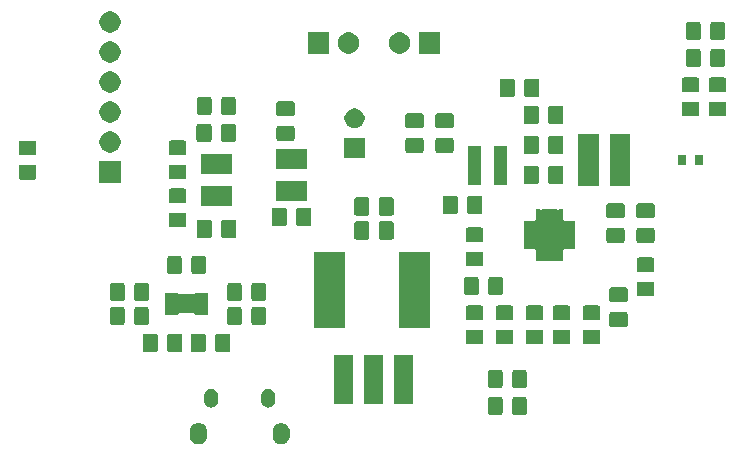
<source format=gbs>
G04 #@! TF.GenerationSoftware,KiCad,Pcbnew,(5.1.6)-1*
G04 #@! TF.CreationDate,2021-05-31T10:21:52+02:00*
G04 #@! TF.ProjectId,Power_module_v1,506f7765-725f-46d6-9f64-756c655f7631,rev?*
G04 #@! TF.SameCoordinates,Original*
G04 #@! TF.FileFunction,Soldermask,Bot*
G04 #@! TF.FilePolarity,Negative*
%FSLAX46Y46*%
G04 Gerber Fmt 4.6, Leading zero omitted, Abs format (unit mm)*
G04 Created by KiCad (PCBNEW (5.1.6)-1) date 2021-05-31 10:21:52*
%MOMM*%
%LPD*%
G01*
G04 APERTURE LIST*
%ADD10C,0.150000*%
G04 APERTURE END LIST*
D10*
G36*
X107831220Y-105586245D02*
G01*
X107968071Y-105627759D01*
X107968074Y-105627760D01*
X108094193Y-105695172D01*
X108204743Y-105785898D01*
X108295468Y-105896446D01*
X108362880Y-106022565D01*
X108362880Y-106022566D01*
X108362881Y-106022568D01*
X108404395Y-106159419D01*
X108414900Y-106266081D01*
X108414900Y-106687398D01*
X108404395Y-106794060D01*
X108373683Y-106895304D01*
X108362880Y-106930916D01*
X108295468Y-107057034D01*
X108204743Y-107167583D01*
X108094194Y-107258308D01*
X107968075Y-107325720D01*
X107968072Y-107325721D01*
X107831221Y-107367235D01*
X107688900Y-107381252D01*
X107546580Y-107367235D01*
X107409729Y-107325721D01*
X107409726Y-107325720D01*
X107283607Y-107258308D01*
X107173058Y-107167583D01*
X107082332Y-107057034D01*
X107014920Y-106930915D01*
X107014919Y-106930912D01*
X106973405Y-106794061D01*
X106962900Y-106687399D01*
X106962900Y-106266082D01*
X106973405Y-106159420D01*
X107014919Y-106022569D01*
X107014920Y-106022566D01*
X107082332Y-105896447D01*
X107173058Y-105785897D01*
X107283606Y-105695172D01*
X107409725Y-105627760D01*
X107409728Y-105627759D01*
X107546579Y-105586245D01*
X107688900Y-105572228D01*
X107831220Y-105586245D01*
G37*
G36*
X114831220Y-105586245D02*
G01*
X114968071Y-105627759D01*
X114968074Y-105627760D01*
X115094193Y-105695172D01*
X115204743Y-105785898D01*
X115295468Y-105896446D01*
X115362880Y-106022565D01*
X115362880Y-106022566D01*
X115362881Y-106022568D01*
X115404395Y-106159419D01*
X115414900Y-106266081D01*
X115414900Y-106687398D01*
X115404395Y-106794060D01*
X115373683Y-106895304D01*
X115362880Y-106930916D01*
X115295468Y-107057034D01*
X115204743Y-107167583D01*
X115094194Y-107258308D01*
X114968075Y-107325720D01*
X114968072Y-107325721D01*
X114831221Y-107367235D01*
X114688900Y-107381252D01*
X114546580Y-107367235D01*
X114409729Y-107325721D01*
X114409726Y-107325720D01*
X114283607Y-107258308D01*
X114173058Y-107167583D01*
X114082332Y-107057034D01*
X114014920Y-106930915D01*
X114014919Y-106930912D01*
X113973405Y-106794061D01*
X113962900Y-106687399D01*
X113962900Y-106266082D01*
X113973405Y-106159420D01*
X114014919Y-106022569D01*
X114014920Y-106022566D01*
X114082332Y-105896447D01*
X114173058Y-105785897D01*
X114283606Y-105695172D01*
X114409725Y-105627760D01*
X114409728Y-105627759D01*
X114546579Y-105586245D01*
X114688900Y-105572228D01*
X114831220Y-105586245D01*
G37*
G36*
X135337674Y-103393465D02*
G01*
X135375367Y-103404899D01*
X135410103Y-103423466D01*
X135440548Y-103448452D01*
X135465534Y-103478897D01*
X135484101Y-103513633D01*
X135495535Y-103551326D01*
X135500000Y-103596661D01*
X135500000Y-104683339D01*
X135495535Y-104728674D01*
X135484101Y-104766367D01*
X135465534Y-104801103D01*
X135440548Y-104831548D01*
X135410103Y-104856534D01*
X135375367Y-104875101D01*
X135337674Y-104886535D01*
X135292339Y-104891000D01*
X134455661Y-104891000D01*
X134410326Y-104886535D01*
X134372633Y-104875101D01*
X134337897Y-104856534D01*
X134307452Y-104831548D01*
X134282466Y-104801103D01*
X134263899Y-104766367D01*
X134252465Y-104728674D01*
X134248000Y-104683339D01*
X134248000Y-103596661D01*
X134252465Y-103551326D01*
X134263899Y-103513633D01*
X134282466Y-103478897D01*
X134307452Y-103448452D01*
X134337897Y-103423466D01*
X134372633Y-103404899D01*
X134410326Y-103393465D01*
X134455661Y-103389000D01*
X135292339Y-103389000D01*
X135337674Y-103393465D01*
G37*
G36*
X133287674Y-103393465D02*
G01*
X133325367Y-103404899D01*
X133360103Y-103423466D01*
X133390548Y-103448452D01*
X133415534Y-103478897D01*
X133434101Y-103513633D01*
X133445535Y-103551326D01*
X133450000Y-103596661D01*
X133450000Y-104683339D01*
X133445535Y-104728674D01*
X133434101Y-104766367D01*
X133415534Y-104801103D01*
X133390548Y-104831548D01*
X133360103Y-104856534D01*
X133325367Y-104875101D01*
X133287674Y-104886535D01*
X133242339Y-104891000D01*
X132405661Y-104891000D01*
X132360326Y-104886535D01*
X132322633Y-104875101D01*
X132287897Y-104856534D01*
X132257452Y-104831548D01*
X132232466Y-104801103D01*
X132213899Y-104766367D01*
X132202465Y-104728674D01*
X132198000Y-104683339D01*
X132198000Y-103596661D01*
X132202465Y-103551326D01*
X132213899Y-103513633D01*
X132232466Y-103478897D01*
X132257452Y-103448452D01*
X132287897Y-103423466D01*
X132322633Y-103404899D01*
X132360326Y-103393465D01*
X132405661Y-103389000D01*
X133242339Y-103389000D01*
X133287674Y-103393465D01*
G37*
G36*
X113726717Y-102684436D02*
G01*
X113840004Y-102718802D01*
X113944411Y-102774609D01*
X113944413Y-102774610D01*
X113944412Y-102774610D01*
X114035927Y-102849713D01*
X114099611Y-102927312D01*
X114111031Y-102941228D01*
X114166838Y-103045635D01*
X114201204Y-103158922D01*
X114209900Y-103247221D01*
X114209900Y-103706258D01*
X114201204Y-103794558D01*
X114166838Y-103907845D01*
X114111031Y-104012252D01*
X114035927Y-104103767D01*
X113944412Y-104178871D01*
X113840005Y-104234678D01*
X113726718Y-104269044D01*
X113608900Y-104280647D01*
X113491083Y-104269044D01*
X113377796Y-104234678D01*
X113273389Y-104178871D01*
X113181874Y-104103767D01*
X113106769Y-104012252D01*
X113050962Y-103907845D01*
X113016596Y-103794558D01*
X113007900Y-103706259D01*
X113007900Y-103247222D01*
X113016596Y-103158923D01*
X113050962Y-103045636D01*
X113106769Y-102941229D01*
X113120238Y-102924817D01*
X113181873Y-102849713D01*
X113273387Y-102774610D01*
X113273386Y-102774610D01*
X113273388Y-102774609D01*
X113377795Y-102718802D01*
X113491082Y-102684436D01*
X113608900Y-102672833D01*
X113726717Y-102684436D01*
G37*
G36*
X108886717Y-102684436D02*
G01*
X109000004Y-102718802D01*
X109104411Y-102774609D01*
X109104413Y-102774610D01*
X109104412Y-102774610D01*
X109195927Y-102849713D01*
X109259611Y-102927312D01*
X109271031Y-102941228D01*
X109326838Y-103045635D01*
X109361204Y-103158922D01*
X109369900Y-103247221D01*
X109369900Y-103706258D01*
X109361204Y-103794558D01*
X109326838Y-103907845D01*
X109271031Y-104012252D01*
X109195927Y-104103767D01*
X109104412Y-104178871D01*
X109000005Y-104234678D01*
X108886718Y-104269044D01*
X108768900Y-104280647D01*
X108651083Y-104269044D01*
X108537796Y-104234678D01*
X108433389Y-104178871D01*
X108341874Y-104103767D01*
X108266769Y-104012252D01*
X108210962Y-103907845D01*
X108176596Y-103794558D01*
X108167900Y-103706259D01*
X108167900Y-103247222D01*
X108176596Y-103158923D01*
X108210962Y-103045636D01*
X108266769Y-102941229D01*
X108280238Y-102924817D01*
X108341873Y-102849713D01*
X108433387Y-102774610D01*
X108433386Y-102774610D01*
X108433388Y-102774609D01*
X108537795Y-102718802D01*
X108651082Y-102684436D01*
X108768900Y-102672833D01*
X108886717Y-102684436D01*
G37*
G36*
X125862280Y-103963420D02*
G01*
X124236280Y-103963420D01*
X124236280Y-99861420D01*
X125862280Y-99861420D01*
X125862280Y-103963420D01*
G37*
G36*
X120782280Y-103963420D02*
G01*
X119156280Y-103963420D01*
X119156280Y-99861420D01*
X120782280Y-99861420D01*
X120782280Y-103963420D01*
G37*
G36*
X123322280Y-103963420D02*
G01*
X121696280Y-103963420D01*
X121696280Y-99861420D01*
X123322280Y-99861420D01*
X123322280Y-103963420D01*
G37*
G36*
X133287674Y-101107465D02*
G01*
X133325367Y-101118899D01*
X133360103Y-101137466D01*
X133390548Y-101162452D01*
X133415534Y-101192897D01*
X133434101Y-101227633D01*
X133445535Y-101265326D01*
X133450000Y-101310661D01*
X133450000Y-102397339D01*
X133445535Y-102442674D01*
X133434101Y-102480367D01*
X133415534Y-102515103D01*
X133390548Y-102545548D01*
X133360103Y-102570534D01*
X133325367Y-102589101D01*
X133287674Y-102600535D01*
X133242339Y-102605000D01*
X132405661Y-102605000D01*
X132360326Y-102600535D01*
X132322633Y-102589101D01*
X132287897Y-102570534D01*
X132257452Y-102545548D01*
X132232466Y-102515103D01*
X132213899Y-102480367D01*
X132202465Y-102442674D01*
X132198000Y-102397339D01*
X132198000Y-101310661D01*
X132202465Y-101265326D01*
X132213899Y-101227633D01*
X132232466Y-101192897D01*
X132257452Y-101162452D01*
X132287897Y-101137466D01*
X132322633Y-101118899D01*
X132360326Y-101107465D01*
X132405661Y-101103000D01*
X133242339Y-101103000D01*
X133287674Y-101107465D01*
G37*
G36*
X135337674Y-101107465D02*
G01*
X135375367Y-101118899D01*
X135410103Y-101137466D01*
X135440548Y-101162452D01*
X135465534Y-101192897D01*
X135484101Y-101227633D01*
X135495535Y-101265326D01*
X135500000Y-101310661D01*
X135500000Y-102397339D01*
X135495535Y-102442674D01*
X135484101Y-102480367D01*
X135465534Y-102515103D01*
X135440548Y-102545548D01*
X135410103Y-102570534D01*
X135375367Y-102589101D01*
X135337674Y-102600535D01*
X135292339Y-102605000D01*
X134455661Y-102605000D01*
X134410326Y-102600535D01*
X134372633Y-102589101D01*
X134337897Y-102570534D01*
X134307452Y-102545548D01*
X134282466Y-102515103D01*
X134263899Y-102480367D01*
X134252465Y-102442674D01*
X134248000Y-102397339D01*
X134248000Y-101310661D01*
X134252465Y-101265326D01*
X134263899Y-101227633D01*
X134282466Y-101192897D01*
X134307452Y-101162452D01*
X134337897Y-101137466D01*
X134372633Y-101118899D01*
X134410326Y-101107465D01*
X134455661Y-101103000D01*
X135292339Y-101103000D01*
X135337674Y-101107465D01*
G37*
G36*
X108151983Y-98034434D02*
G01*
X108189372Y-98045776D01*
X108223826Y-98064191D01*
X108254025Y-98088975D01*
X108278809Y-98119174D01*
X108297224Y-98153628D01*
X108308566Y-98191017D01*
X108313000Y-98236035D01*
X108313000Y-99375965D01*
X108308566Y-99420983D01*
X108297224Y-99458372D01*
X108278809Y-99492826D01*
X108254025Y-99523025D01*
X108223826Y-99547809D01*
X108189372Y-99566224D01*
X108151983Y-99577566D01*
X108106965Y-99582000D01*
X107242035Y-99582000D01*
X107197017Y-99577566D01*
X107159628Y-99566224D01*
X107125174Y-99547809D01*
X107094975Y-99523025D01*
X107070191Y-99492826D01*
X107051776Y-99458372D01*
X107040434Y-99420983D01*
X107036000Y-99375965D01*
X107036000Y-98236035D01*
X107040434Y-98191017D01*
X107051776Y-98153628D01*
X107070191Y-98119174D01*
X107094975Y-98088975D01*
X107125174Y-98064191D01*
X107159628Y-98045776D01*
X107197017Y-98034434D01*
X107242035Y-98030000D01*
X108106965Y-98030000D01*
X108151983Y-98034434D01*
G37*
G36*
X110226983Y-98034434D02*
G01*
X110264372Y-98045776D01*
X110298826Y-98064191D01*
X110329025Y-98088975D01*
X110353809Y-98119174D01*
X110372224Y-98153628D01*
X110383566Y-98191017D01*
X110388000Y-98236035D01*
X110388000Y-99375965D01*
X110383566Y-99420983D01*
X110372224Y-99458372D01*
X110353809Y-99492826D01*
X110329025Y-99523025D01*
X110298826Y-99547809D01*
X110264372Y-99566224D01*
X110226983Y-99577566D01*
X110181965Y-99582000D01*
X109317035Y-99582000D01*
X109272017Y-99577566D01*
X109234628Y-99566224D01*
X109200174Y-99547809D01*
X109169975Y-99523025D01*
X109145191Y-99492826D01*
X109126776Y-99458372D01*
X109115434Y-99420983D01*
X109111000Y-99375965D01*
X109111000Y-98236035D01*
X109115434Y-98191017D01*
X109126776Y-98153628D01*
X109145191Y-98119174D01*
X109169975Y-98088975D01*
X109200174Y-98064191D01*
X109234628Y-98045776D01*
X109272017Y-98034434D01*
X109317035Y-98030000D01*
X110181965Y-98030000D01*
X110226983Y-98034434D01*
G37*
G36*
X106162983Y-98034434D02*
G01*
X106200372Y-98045776D01*
X106234826Y-98064191D01*
X106265025Y-98088975D01*
X106289809Y-98119174D01*
X106308224Y-98153628D01*
X106319566Y-98191017D01*
X106324000Y-98236035D01*
X106324000Y-99375965D01*
X106319566Y-99420983D01*
X106308224Y-99458372D01*
X106289809Y-99492826D01*
X106265025Y-99523025D01*
X106234826Y-99547809D01*
X106200372Y-99566224D01*
X106162983Y-99577566D01*
X106117965Y-99582000D01*
X105253035Y-99582000D01*
X105208017Y-99577566D01*
X105170628Y-99566224D01*
X105136174Y-99547809D01*
X105105975Y-99523025D01*
X105081191Y-99492826D01*
X105062776Y-99458372D01*
X105051434Y-99420983D01*
X105047000Y-99375965D01*
X105047000Y-98236035D01*
X105051434Y-98191017D01*
X105062776Y-98153628D01*
X105081191Y-98119174D01*
X105105975Y-98088975D01*
X105136174Y-98064191D01*
X105170628Y-98045776D01*
X105208017Y-98034434D01*
X105253035Y-98030000D01*
X106117965Y-98030000D01*
X106162983Y-98034434D01*
G37*
G36*
X104087983Y-98034434D02*
G01*
X104125372Y-98045776D01*
X104159826Y-98064191D01*
X104190025Y-98088975D01*
X104214809Y-98119174D01*
X104233224Y-98153628D01*
X104244566Y-98191017D01*
X104249000Y-98236035D01*
X104249000Y-99375965D01*
X104244566Y-99420983D01*
X104233224Y-99458372D01*
X104214809Y-99492826D01*
X104190025Y-99523025D01*
X104159826Y-99547809D01*
X104125372Y-99566224D01*
X104087983Y-99577566D01*
X104042965Y-99582000D01*
X103178035Y-99582000D01*
X103133017Y-99577566D01*
X103095628Y-99566224D01*
X103061174Y-99547809D01*
X103030975Y-99523025D01*
X103006191Y-99492826D01*
X102987776Y-99458372D01*
X102976434Y-99420983D01*
X102972000Y-99375965D01*
X102972000Y-98236035D01*
X102976434Y-98191017D01*
X102987776Y-98153628D01*
X103006191Y-98119174D01*
X103030975Y-98088975D01*
X103061174Y-98064191D01*
X103095628Y-98045776D01*
X103133017Y-98034434D01*
X103178035Y-98030000D01*
X104042965Y-98030000D01*
X104087983Y-98034434D01*
G37*
G36*
X134192674Y-97685465D02*
G01*
X134230367Y-97696899D01*
X134265103Y-97715466D01*
X134295548Y-97740452D01*
X134320534Y-97770897D01*
X134339101Y-97805633D01*
X134350535Y-97843326D01*
X134355000Y-97888661D01*
X134355000Y-98725339D01*
X134350535Y-98770674D01*
X134339101Y-98808367D01*
X134320534Y-98843103D01*
X134295548Y-98873548D01*
X134265103Y-98898534D01*
X134230367Y-98917101D01*
X134192674Y-98928535D01*
X134147339Y-98933000D01*
X133060661Y-98933000D01*
X133015326Y-98928535D01*
X132977633Y-98917101D01*
X132942897Y-98898534D01*
X132912452Y-98873548D01*
X132887466Y-98843103D01*
X132868899Y-98808367D01*
X132857465Y-98770674D01*
X132853000Y-98725339D01*
X132853000Y-97888661D01*
X132857465Y-97843326D01*
X132868899Y-97805633D01*
X132887466Y-97770897D01*
X132912452Y-97740452D01*
X132942897Y-97715466D01*
X132977633Y-97696899D01*
X133015326Y-97685465D01*
X133060661Y-97681000D01*
X134147339Y-97681000D01*
X134192674Y-97685465D01*
G37*
G36*
X131652674Y-97685465D02*
G01*
X131690367Y-97696899D01*
X131725103Y-97715466D01*
X131755548Y-97740452D01*
X131780534Y-97770897D01*
X131799101Y-97805633D01*
X131810535Y-97843326D01*
X131815000Y-97888661D01*
X131815000Y-98725339D01*
X131810535Y-98770674D01*
X131799101Y-98808367D01*
X131780534Y-98843103D01*
X131755548Y-98873548D01*
X131725103Y-98898534D01*
X131690367Y-98917101D01*
X131652674Y-98928535D01*
X131607339Y-98933000D01*
X130520661Y-98933000D01*
X130475326Y-98928535D01*
X130437633Y-98917101D01*
X130402897Y-98898534D01*
X130372452Y-98873548D01*
X130347466Y-98843103D01*
X130328899Y-98808367D01*
X130317465Y-98770674D01*
X130313000Y-98725339D01*
X130313000Y-97888661D01*
X130317465Y-97843326D01*
X130328899Y-97805633D01*
X130347466Y-97770897D01*
X130372452Y-97740452D01*
X130402897Y-97715466D01*
X130437633Y-97696899D01*
X130475326Y-97685465D01*
X130520661Y-97681000D01*
X131607339Y-97681000D01*
X131652674Y-97685465D01*
G37*
G36*
X136732674Y-97685465D02*
G01*
X136770367Y-97696899D01*
X136805103Y-97715466D01*
X136835548Y-97740452D01*
X136860534Y-97770897D01*
X136879101Y-97805633D01*
X136890535Y-97843326D01*
X136895000Y-97888661D01*
X136895000Y-98725339D01*
X136890535Y-98770674D01*
X136879101Y-98808367D01*
X136860534Y-98843103D01*
X136835548Y-98873548D01*
X136805103Y-98898534D01*
X136770367Y-98917101D01*
X136732674Y-98928535D01*
X136687339Y-98933000D01*
X135600661Y-98933000D01*
X135555326Y-98928535D01*
X135517633Y-98917101D01*
X135482897Y-98898534D01*
X135452452Y-98873548D01*
X135427466Y-98843103D01*
X135408899Y-98808367D01*
X135397465Y-98770674D01*
X135393000Y-98725339D01*
X135393000Y-97888661D01*
X135397465Y-97843326D01*
X135408899Y-97805633D01*
X135427466Y-97770897D01*
X135452452Y-97740452D01*
X135482897Y-97715466D01*
X135517633Y-97696899D01*
X135555326Y-97685465D01*
X135600661Y-97681000D01*
X136687339Y-97681000D01*
X136732674Y-97685465D01*
G37*
G36*
X139018674Y-97685465D02*
G01*
X139056367Y-97696899D01*
X139091103Y-97715466D01*
X139121548Y-97740452D01*
X139146534Y-97770897D01*
X139165101Y-97805633D01*
X139176535Y-97843326D01*
X139181000Y-97888661D01*
X139181000Y-98725339D01*
X139176535Y-98770674D01*
X139165101Y-98808367D01*
X139146534Y-98843103D01*
X139121548Y-98873548D01*
X139091103Y-98898534D01*
X139056367Y-98917101D01*
X139018674Y-98928535D01*
X138973339Y-98933000D01*
X137886661Y-98933000D01*
X137841326Y-98928535D01*
X137803633Y-98917101D01*
X137768897Y-98898534D01*
X137738452Y-98873548D01*
X137713466Y-98843103D01*
X137694899Y-98808367D01*
X137683465Y-98770674D01*
X137679000Y-98725339D01*
X137679000Y-97888661D01*
X137683465Y-97843326D01*
X137694899Y-97805633D01*
X137713466Y-97770897D01*
X137738452Y-97740452D01*
X137768897Y-97715466D01*
X137803633Y-97696899D01*
X137841326Y-97685465D01*
X137886661Y-97681000D01*
X138973339Y-97681000D01*
X139018674Y-97685465D01*
G37*
G36*
X141558674Y-97685465D02*
G01*
X141596367Y-97696899D01*
X141631103Y-97715466D01*
X141661548Y-97740452D01*
X141686534Y-97770897D01*
X141705101Y-97805633D01*
X141716535Y-97843326D01*
X141721000Y-97888661D01*
X141721000Y-98725339D01*
X141716535Y-98770674D01*
X141705101Y-98808367D01*
X141686534Y-98843103D01*
X141661548Y-98873548D01*
X141631103Y-98898534D01*
X141596367Y-98917101D01*
X141558674Y-98928535D01*
X141513339Y-98933000D01*
X140426661Y-98933000D01*
X140381326Y-98928535D01*
X140343633Y-98917101D01*
X140308897Y-98898534D01*
X140278452Y-98873548D01*
X140253466Y-98843103D01*
X140234899Y-98808367D01*
X140223465Y-98770674D01*
X140219000Y-98725339D01*
X140219000Y-97888661D01*
X140223465Y-97843326D01*
X140234899Y-97805633D01*
X140253466Y-97770897D01*
X140278452Y-97740452D01*
X140308897Y-97715466D01*
X140343633Y-97696899D01*
X140381326Y-97685465D01*
X140426661Y-97681000D01*
X141513339Y-97681000D01*
X141558674Y-97685465D01*
G37*
G36*
X127285000Y-97506000D02*
G01*
X124683000Y-97506000D01*
X124683000Y-91104000D01*
X127285000Y-91104000D01*
X127285000Y-97506000D01*
G37*
G36*
X120085000Y-97506000D02*
G01*
X117483000Y-97506000D01*
X117483000Y-91104000D01*
X120085000Y-91104000D01*
X120085000Y-97506000D01*
G37*
G36*
X143870983Y-96182934D02*
G01*
X143908372Y-96194276D01*
X143942826Y-96212691D01*
X143973025Y-96237475D01*
X143997809Y-96267674D01*
X144016224Y-96302128D01*
X144027566Y-96339517D01*
X144032000Y-96384535D01*
X144032000Y-97249465D01*
X144027566Y-97294483D01*
X144016224Y-97331872D01*
X143997809Y-97366326D01*
X143973025Y-97396525D01*
X143942826Y-97421309D01*
X143908372Y-97439724D01*
X143870983Y-97451066D01*
X143825965Y-97455500D01*
X142686035Y-97455500D01*
X142641017Y-97451066D01*
X142603628Y-97439724D01*
X142569174Y-97421309D01*
X142538975Y-97396525D01*
X142514191Y-97366326D01*
X142495776Y-97331872D01*
X142484434Y-97294483D01*
X142480000Y-97249465D01*
X142480000Y-96384535D01*
X142484434Y-96339517D01*
X142495776Y-96302128D01*
X142514191Y-96267674D01*
X142538975Y-96237475D01*
X142569174Y-96212691D01*
X142603628Y-96194276D01*
X142641017Y-96182934D01*
X142686035Y-96178500D01*
X143825965Y-96178500D01*
X143870983Y-96182934D01*
G37*
G36*
X101283674Y-95773465D02*
G01*
X101321367Y-95784899D01*
X101356103Y-95803466D01*
X101386548Y-95828452D01*
X101411534Y-95858897D01*
X101430101Y-95893633D01*
X101441535Y-95931326D01*
X101446000Y-95976661D01*
X101446000Y-97063339D01*
X101441535Y-97108674D01*
X101430101Y-97146367D01*
X101411534Y-97181103D01*
X101386548Y-97211548D01*
X101356103Y-97236534D01*
X101321367Y-97255101D01*
X101283674Y-97266535D01*
X101238339Y-97271000D01*
X100401661Y-97271000D01*
X100356326Y-97266535D01*
X100318633Y-97255101D01*
X100283897Y-97236534D01*
X100253452Y-97211548D01*
X100228466Y-97181103D01*
X100209899Y-97146367D01*
X100198465Y-97108674D01*
X100194000Y-97063339D01*
X100194000Y-95976661D01*
X100198465Y-95931326D01*
X100209899Y-95893633D01*
X100228466Y-95858897D01*
X100253452Y-95828452D01*
X100283897Y-95803466D01*
X100318633Y-95784899D01*
X100356326Y-95773465D01*
X100401661Y-95769000D01*
X101238339Y-95769000D01*
X101283674Y-95773465D01*
G37*
G36*
X103333674Y-95773465D02*
G01*
X103371367Y-95784899D01*
X103406103Y-95803466D01*
X103436548Y-95828452D01*
X103461534Y-95858897D01*
X103480101Y-95893633D01*
X103491535Y-95931326D01*
X103496000Y-95976661D01*
X103496000Y-97063339D01*
X103491535Y-97108674D01*
X103480101Y-97146367D01*
X103461534Y-97181103D01*
X103436548Y-97211548D01*
X103406103Y-97236534D01*
X103371367Y-97255101D01*
X103333674Y-97266535D01*
X103288339Y-97271000D01*
X102451661Y-97271000D01*
X102406326Y-97266535D01*
X102368633Y-97255101D01*
X102333897Y-97236534D01*
X102303452Y-97211548D01*
X102278466Y-97181103D01*
X102259899Y-97146367D01*
X102248465Y-97108674D01*
X102244000Y-97063339D01*
X102244000Y-95976661D01*
X102248465Y-95931326D01*
X102259899Y-95893633D01*
X102278466Y-95858897D01*
X102303452Y-95828452D01*
X102333897Y-95803466D01*
X102368633Y-95784899D01*
X102406326Y-95773465D01*
X102451661Y-95769000D01*
X103288339Y-95769000D01*
X103333674Y-95773465D01*
G37*
G36*
X111207674Y-95773465D02*
G01*
X111245367Y-95784899D01*
X111280103Y-95803466D01*
X111310548Y-95828452D01*
X111335534Y-95858897D01*
X111354101Y-95893633D01*
X111365535Y-95931326D01*
X111370000Y-95976661D01*
X111370000Y-97063339D01*
X111365535Y-97108674D01*
X111354101Y-97146367D01*
X111335534Y-97181103D01*
X111310548Y-97211548D01*
X111280103Y-97236534D01*
X111245367Y-97255101D01*
X111207674Y-97266535D01*
X111162339Y-97271000D01*
X110325661Y-97271000D01*
X110280326Y-97266535D01*
X110242633Y-97255101D01*
X110207897Y-97236534D01*
X110177452Y-97211548D01*
X110152466Y-97181103D01*
X110133899Y-97146367D01*
X110122465Y-97108674D01*
X110118000Y-97063339D01*
X110118000Y-95976661D01*
X110122465Y-95931326D01*
X110133899Y-95893633D01*
X110152466Y-95858897D01*
X110177452Y-95828452D01*
X110207897Y-95803466D01*
X110242633Y-95784899D01*
X110280326Y-95773465D01*
X110325661Y-95769000D01*
X111162339Y-95769000D01*
X111207674Y-95773465D01*
G37*
G36*
X113257674Y-95773465D02*
G01*
X113295367Y-95784899D01*
X113330103Y-95803466D01*
X113360548Y-95828452D01*
X113385534Y-95858897D01*
X113404101Y-95893633D01*
X113415535Y-95931326D01*
X113420000Y-95976661D01*
X113420000Y-97063339D01*
X113415535Y-97108674D01*
X113404101Y-97146367D01*
X113385534Y-97181103D01*
X113360548Y-97211548D01*
X113330103Y-97236534D01*
X113295367Y-97255101D01*
X113257674Y-97266535D01*
X113212339Y-97271000D01*
X112375661Y-97271000D01*
X112330326Y-97266535D01*
X112292633Y-97255101D01*
X112257897Y-97236534D01*
X112227452Y-97211548D01*
X112202466Y-97181103D01*
X112183899Y-97146367D01*
X112172465Y-97108674D01*
X112168000Y-97063339D01*
X112168000Y-95976661D01*
X112172465Y-95931326D01*
X112183899Y-95893633D01*
X112202466Y-95858897D01*
X112227452Y-95828452D01*
X112257897Y-95803466D01*
X112292633Y-95784899D01*
X112330326Y-95773465D01*
X112375661Y-95769000D01*
X113212339Y-95769000D01*
X113257674Y-95773465D01*
G37*
G36*
X131652674Y-95635465D02*
G01*
X131690367Y-95646899D01*
X131725103Y-95665466D01*
X131755548Y-95690452D01*
X131780534Y-95720897D01*
X131799101Y-95755633D01*
X131810535Y-95793326D01*
X131815000Y-95838661D01*
X131815000Y-96675339D01*
X131810535Y-96720674D01*
X131799101Y-96758367D01*
X131780534Y-96793103D01*
X131755548Y-96823548D01*
X131725103Y-96848534D01*
X131690367Y-96867101D01*
X131652674Y-96878535D01*
X131607339Y-96883000D01*
X130520661Y-96883000D01*
X130475326Y-96878535D01*
X130437633Y-96867101D01*
X130402897Y-96848534D01*
X130372452Y-96823548D01*
X130347466Y-96793103D01*
X130328899Y-96758367D01*
X130317465Y-96720674D01*
X130313000Y-96675339D01*
X130313000Y-95838661D01*
X130317465Y-95793326D01*
X130328899Y-95755633D01*
X130347466Y-95720897D01*
X130372452Y-95690452D01*
X130402897Y-95665466D01*
X130437633Y-95646899D01*
X130475326Y-95635465D01*
X130520661Y-95631000D01*
X131607339Y-95631000D01*
X131652674Y-95635465D01*
G37*
G36*
X141558674Y-95635465D02*
G01*
X141596367Y-95646899D01*
X141631103Y-95665466D01*
X141661548Y-95690452D01*
X141686534Y-95720897D01*
X141705101Y-95755633D01*
X141716535Y-95793326D01*
X141721000Y-95838661D01*
X141721000Y-96675339D01*
X141716535Y-96720674D01*
X141705101Y-96758367D01*
X141686534Y-96793103D01*
X141661548Y-96823548D01*
X141631103Y-96848534D01*
X141596367Y-96867101D01*
X141558674Y-96878535D01*
X141513339Y-96883000D01*
X140426661Y-96883000D01*
X140381326Y-96878535D01*
X140343633Y-96867101D01*
X140308897Y-96848534D01*
X140278452Y-96823548D01*
X140253466Y-96793103D01*
X140234899Y-96758367D01*
X140223465Y-96720674D01*
X140219000Y-96675339D01*
X140219000Y-95838661D01*
X140223465Y-95793326D01*
X140234899Y-95755633D01*
X140253466Y-95720897D01*
X140278452Y-95690452D01*
X140308897Y-95665466D01*
X140343633Y-95646899D01*
X140381326Y-95635465D01*
X140426661Y-95631000D01*
X141513339Y-95631000D01*
X141558674Y-95635465D01*
G37*
G36*
X139018674Y-95635465D02*
G01*
X139056367Y-95646899D01*
X139091103Y-95665466D01*
X139121548Y-95690452D01*
X139146534Y-95720897D01*
X139165101Y-95755633D01*
X139176535Y-95793326D01*
X139181000Y-95838661D01*
X139181000Y-96675339D01*
X139176535Y-96720674D01*
X139165101Y-96758367D01*
X139146534Y-96793103D01*
X139121548Y-96823548D01*
X139091103Y-96848534D01*
X139056367Y-96867101D01*
X139018674Y-96878535D01*
X138973339Y-96883000D01*
X137886661Y-96883000D01*
X137841326Y-96878535D01*
X137803633Y-96867101D01*
X137768897Y-96848534D01*
X137738452Y-96823548D01*
X137713466Y-96793103D01*
X137694899Y-96758367D01*
X137683465Y-96720674D01*
X137679000Y-96675339D01*
X137679000Y-95838661D01*
X137683465Y-95793326D01*
X137694899Y-95755633D01*
X137713466Y-95720897D01*
X137738452Y-95690452D01*
X137768897Y-95665466D01*
X137803633Y-95646899D01*
X137841326Y-95635465D01*
X137886661Y-95631000D01*
X138973339Y-95631000D01*
X139018674Y-95635465D01*
G37*
G36*
X136732674Y-95635465D02*
G01*
X136770367Y-95646899D01*
X136805103Y-95665466D01*
X136835548Y-95690452D01*
X136860534Y-95720897D01*
X136879101Y-95755633D01*
X136890535Y-95793326D01*
X136895000Y-95838661D01*
X136895000Y-96675339D01*
X136890535Y-96720674D01*
X136879101Y-96758367D01*
X136860534Y-96793103D01*
X136835548Y-96823548D01*
X136805103Y-96848534D01*
X136770367Y-96867101D01*
X136732674Y-96878535D01*
X136687339Y-96883000D01*
X135600661Y-96883000D01*
X135555326Y-96878535D01*
X135517633Y-96867101D01*
X135482897Y-96848534D01*
X135452452Y-96823548D01*
X135427466Y-96793103D01*
X135408899Y-96758367D01*
X135397465Y-96720674D01*
X135393000Y-96675339D01*
X135393000Y-95838661D01*
X135397465Y-95793326D01*
X135408899Y-95755633D01*
X135427466Y-95720897D01*
X135452452Y-95690452D01*
X135482897Y-95665466D01*
X135517633Y-95646899D01*
X135555326Y-95635465D01*
X135600661Y-95631000D01*
X136687339Y-95631000D01*
X136732674Y-95635465D01*
G37*
G36*
X134192674Y-95635465D02*
G01*
X134230367Y-95646899D01*
X134265103Y-95665466D01*
X134295548Y-95690452D01*
X134320534Y-95720897D01*
X134339101Y-95755633D01*
X134350535Y-95793326D01*
X134355000Y-95838661D01*
X134355000Y-96675339D01*
X134350535Y-96720674D01*
X134339101Y-96758367D01*
X134320534Y-96793103D01*
X134295548Y-96823548D01*
X134265103Y-96848534D01*
X134230367Y-96867101D01*
X134192674Y-96878535D01*
X134147339Y-96883000D01*
X133060661Y-96883000D01*
X133015326Y-96878535D01*
X132977633Y-96867101D01*
X132942897Y-96848534D01*
X132912452Y-96823548D01*
X132887466Y-96793103D01*
X132868899Y-96758367D01*
X132857465Y-96720674D01*
X132853000Y-96675339D01*
X132853000Y-95838661D01*
X132857465Y-95793326D01*
X132868899Y-95755633D01*
X132887466Y-95720897D01*
X132912452Y-95690452D01*
X132942897Y-95665466D01*
X132977633Y-95646899D01*
X133015326Y-95635465D01*
X133060661Y-95631000D01*
X134147339Y-95631000D01*
X134192674Y-95635465D01*
G37*
G36*
X105981000Y-94578001D02*
G01*
X105983402Y-94602387D01*
X105990515Y-94625836D01*
X106002066Y-94647447D01*
X106017611Y-94666389D01*
X106036553Y-94681934D01*
X106058164Y-94693485D01*
X106081613Y-94700598D01*
X106105999Y-94703000D01*
X107254001Y-94703000D01*
X107278387Y-94700598D01*
X107301836Y-94693485D01*
X107323447Y-94681934D01*
X107342389Y-94666389D01*
X107357934Y-94647447D01*
X107369485Y-94625836D01*
X107376598Y-94602387D01*
X107379000Y-94578001D01*
X107379000Y-94553000D01*
X108481000Y-94553000D01*
X108481000Y-96455000D01*
X107379000Y-96455000D01*
X107379000Y-96429999D01*
X107376598Y-96405613D01*
X107369485Y-96382164D01*
X107357934Y-96360553D01*
X107342389Y-96341611D01*
X107323447Y-96326066D01*
X107301836Y-96314515D01*
X107278387Y-96307402D01*
X107254001Y-96305000D01*
X106105999Y-96305000D01*
X106081613Y-96307402D01*
X106058164Y-96314515D01*
X106036553Y-96326066D01*
X106017611Y-96341611D01*
X106002066Y-96360553D01*
X105990515Y-96382164D01*
X105983402Y-96405613D01*
X105981000Y-96429999D01*
X105981000Y-96455000D01*
X104879000Y-96455000D01*
X104879000Y-94553000D01*
X105981000Y-94553000D01*
X105981000Y-94578001D01*
G37*
G36*
X143870983Y-94107934D02*
G01*
X143908372Y-94119276D01*
X143942826Y-94137691D01*
X143973025Y-94162475D01*
X143997809Y-94192674D01*
X144016224Y-94227128D01*
X144027566Y-94264517D01*
X144032000Y-94309535D01*
X144032000Y-95174465D01*
X144027566Y-95219483D01*
X144016224Y-95256872D01*
X143997809Y-95291326D01*
X143973025Y-95321525D01*
X143942826Y-95346309D01*
X143908372Y-95364724D01*
X143870983Y-95376066D01*
X143825965Y-95380500D01*
X142686035Y-95380500D01*
X142641017Y-95376066D01*
X142603628Y-95364724D01*
X142569174Y-95346309D01*
X142538975Y-95321525D01*
X142514191Y-95291326D01*
X142495776Y-95256872D01*
X142484434Y-95219483D01*
X142480000Y-95174465D01*
X142480000Y-94309535D01*
X142484434Y-94264517D01*
X142495776Y-94227128D01*
X142514191Y-94192674D01*
X142538975Y-94162475D01*
X142569174Y-94137691D01*
X142603628Y-94119276D01*
X142641017Y-94107934D01*
X142686035Y-94103500D01*
X143825965Y-94103500D01*
X143870983Y-94107934D01*
G37*
G36*
X113257674Y-93741465D02*
G01*
X113295367Y-93752899D01*
X113330103Y-93771466D01*
X113360548Y-93796452D01*
X113385534Y-93826897D01*
X113404101Y-93861633D01*
X113415535Y-93899326D01*
X113420000Y-93944661D01*
X113420000Y-95031339D01*
X113415535Y-95076674D01*
X113404101Y-95114367D01*
X113385534Y-95149103D01*
X113360548Y-95179548D01*
X113330103Y-95204534D01*
X113295367Y-95223101D01*
X113257674Y-95234535D01*
X113212339Y-95239000D01*
X112375661Y-95239000D01*
X112330326Y-95234535D01*
X112292633Y-95223101D01*
X112257897Y-95204534D01*
X112227452Y-95179548D01*
X112202466Y-95149103D01*
X112183899Y-95114367D01*
X112172465Y-95076674D01*
X112168000Y-95031339D01*
X112168000Y-93944661D01*
X112172465Y-93899326D01*
X112183899Y-93861633D01*
X112202466Y-93826897D01*
X112227452Y-93796452D01*
X112257897Y-93771466D01*
X112292633Y-93752899D01*
X112330326Y-93741465D01*
X112375661Y-93737000D01*
X113212339Y-93737000D01*
X113257674Y-93741465D01*
G37*
G36*
X111207674Y-93741465D02*
G01*
X111245367Y-93752899D01*
X111280103Y-93771466D01*
X111310548Y-93796452D01*
X111335534Y-93826897D01*
X111354101Y-93861633D01*
X111365535Y-93899326D01*
X111370000Y-93944661D01*
X111370000Y-95031339D01*
X111365535Y-95076674D01*
X111354101Y-95114367D01*
X111335534Y-95149103D01*
X111310548Y-95179548D01*
X111280103Y-95204534D01*
X111245367Y-95223101D01*
X111207674Y-95234535D01*
X111162339Y-95239000D01*
X110325661Y-95239000D01*
X110280326Y-95234535D01*
X110242633Y-95223101D01*
X110207897Y-95204534D01*
X110177452Y-95179548D01*
X110152466Y-95149103D01*
X110133899Y-95114367D01*
X110122465Y-95076674D01*
X110118000Y-95031339D01*
X110118000Y-93944661D01*
X110122465Y-93899326D01*
X110133899Y-93861633D01*
X110152466Y-93826897D01*
X110177452Y-93796452D01*
X110207897Y-93771466D01*
X110242633Y-93752899D01*
X110280326Y-93741465D01*
X110325661Y-93737000D01*
X111162339Y-93737000D01*
X111207674Y-93741465D01*
G37*
G36*
X103342674Y-93741465D02*
G01*
X103380367Y-93752899D01*
X103415103Y-93771466D01*
X103445548Y-93796452D01*
X103470534Y-93826897D01*
X103489101Y-93861633D01*
X103500535Y-93899326D01*
X103505000Y-93944661D01*
X103505000Y-95031339D01*
X103500535Y-95076674D01*
X103489101Y-95114367D01*
X103470534Y-95149103D01*
X103445548Y-95179548D01*
X103415103Y-95204534D01*
X103380367Y-95223101D01*
X103342674Y-95234535D01*
X103297339Y-95239000D01*
X102460661Y-95239000D01*
X102415326Y-95234535D01*
X102377633Y-95223101D01*
X102342897Y-95204534D01*
X102312452Y-95179548D01*
X102287466Y-95149103D01*
X102268899Y-95114367D01*
X102257465Y-95076674D01*
X102253000Y-95031339D01*
X102253000Y-93944661D01*
X102257465Y-93899326D01*
X102268899Y-93861633D01*
X102287466Y-93826897D01*
X102312452Y-93796452D01*
X102342897Y-93771466D01*
X102377633Y-93752899D01*
X102415326Y-93741465D01*
X102460661Y-93737000D01*
X103297339Y-93737000D01*
X103342674Y-93741465D01*
G37*
G36*
X101292674Y-93741465D02*
G01*
X101330367Y-93752899D01*
X101365103Y-93771466D01*
X101395548Y-93796452D01*
X101420534Y-93826897D01*
X101439101Y-93861633D01*
X101450535Y-93899326D01*
X101455000Y-93944661D01*
X101455000Y-95031339D01*
X101450535Y-95076674D01*
X101439101Y-95114367D01*
X101420534Y-95149103D01*
X101395548Y-95179548D01*
X101365103Y-95204534D01*
X101330367Y-95223101D01*
X101292674Y-95234535D01*
X101247339Y-95239000D01*
X100410661Y-95239000D01*
X100365326Y-95234535D01*
X100327633Y-95223101D01*
X100292897Y-95204534D01*
X100262452Y-95179548D01*
X100237466Y-95149103D01*
X100218899Y-95114367D01*
X100207465Y-95076674D01*
X100203000Y-95031339D01*
X100203000Y-93944661D01*
X100207465Y-93899326D01*
X100218899Y-93861633D01*
X100237466Y-93826897D01*
X100262452Y-93796452D01*
X100292897Y-93771466D01*
X100327633Y-93752899D01*
X100365326Y-93741465D01*
X100410661Y-93737000D01*
X101247339Y-93737000D01*
X101292674Y-93741465D01*
G37*
G36*
X146130674Y-93621465D02*
G01*
X146168367Y-93632899D01*
X146203103Y-93651466D01*
X146233548Y-93676452D01*
X146258534Y-93706897D01*
X146277101Y-93741633D01*
X146288535Y-93779326D01*
X146293000Y-93824661D01*
X146293000Y-94661339D01*
X146288535Y-94706674D01*
X146277101Y-94744367D01*
X146258534Y-94779103D01*
X146233548Y-94809548D01*
X146203103Y-94834534D01*
X146168367Y-94853101D01*
X146130674Y-94864535D01*
X146085339Y-94869000D01*
X144998661Y-94869000D01*
X144953326Y-94864535D01*
X144915633Y-94853101D01*
X144880897Y-94834534D01*
X144850452Y-94809548D01*
X144825466Y-94779103D01*
X144806899Y-94744367D01*
X144795465Y-94706674D01*
X144791000Y-94661339D01*
X144791000Y-93824661D01*
X144795465Y-93779326D01*
X144806899Y-93741633D01*
X144825466Y-93706897D01*
X144850452Y-93676452D01*
X144880897Y-93651466D01*
X144915633Y-93632899D01*
X144953326Y-93621465D01*
X144998661Y-93617000D01*
X146085339Y-93617000D01*
X146130674Y-93621465D01*
G37*
G36*
X131264674Y-93233465D02*
G01*
X131302367Y-93244899D01*
X131337103Y-93263466D01*
X131367548Y-93288452D01*
X131392534Y-93318897D01*
X131411101Y-93353633D01*
X131422535Y-93391326D01*
X131427000Y-93436661D01*
X131427000Y-94523339D01*
X131422535Y-94568674D01*
X131411101Y-94606367D01*
X131392534Y-94641103D01*
X131367548Y-94671548D01*
X131337103Y-94696534D01*
X131302367Y-94715101D01*
X131264674Y-94726535D01*
X131219339Y-94731000D01*
X130382661Y-94731000D01*
X130337326Y-94726535D01*
X130299633Y-94715101D01*
X130264897Y-94696534D01*
X130234452Y-94671548D01*
X130209466Y-94641103D01*
X130190899Y-94606367D01*
X130179465Y-94568674D01*
X130175000Y-94523339D01*
X130175000Y-93436661D01*
X130179465Y-93391326D01*
X130190899Y-93353633D01*
X130209466Y-93318897D01*
X130234452Y-93288452D01*
X130264897Y-93263466D01*
X130299633Y-93244899D01*
X130337326Y-93233465D01*
X130382661Y-93229000D01*
X131219339Y-93229000D01*
X131264674Y-93233465D01*
G37*
G36*
X133314674Y-93233465D02*
G01*
X133352367Y-93244899D01*
X133387103Y-93263466D01*
X133417548Y-93288452D01*
X133442534Y-93318897D01*
X133461101Y-93353633D01*
X133472535Y-93391326D01*
X133477000Y-93436661D01*
X133477000Y-94523339D01*
X133472535Y-94568674D01*
X133461101Y-94606367D01*
X133442534Y-94641103D01*
X133417548Y-94671548D01*
X133387103Y-94696534D01*
X133352367Y-94715101D01*
X133314674Y-94726535D01*
X133269339Y-94731000D01*
X132432661Y-94731000D01*
X132387326Y-94726535D01*
X132349633Y-94715101D01*
X132314897Y-94696534D01*
X132284452Y-94671548D01*
X132259466Y-94641103D01*
X132240899Y-94606367D01*
X132229465Y-94568674D01*
X132225000Y-94523339D01*
X132225000Y-93436661D01*
X132229465Y-93391326D01*
X132240899Y-93353633D01*
X132259466Y-93318897D01*
X132284452Y-93288452D01*
X132314897Y-93263466D01*
X132349633Y-93244899D01*
X132387326Y-93233465D01*
X132432661Y-93229000D01*
X133269339Y-93229000D01*
X133314674Y-93233465D01*
G37*
G36*
X108177674Y-91455465D02*
G01*
X108215367Y-91466899D01*
X108250103Y-91485466D01*
X108280548Y-91510452D01*
X108305534Y-91540897D01*
X108324101Y-91575633D01*
X108335535Y-91613326D01*
X108340000Y-91658661D01*
X108340000Y-92745339D01*
X108335535Y-92790674D01*
X108324101Y-92828367D01*
X108305534Y-92863103D01*
X108280548Y-92893548D01*
X108250103Y-92918534D01*
X108215367Y-92937101D01*
X108177674Y-92948535D01*
X108132339Y-92953000D01*
X107295661Y-92953000D01*
X107250326Y-92948535D01*
X107212633Y-92937101D01*
X107177897Y-92918534D01*
X107147452Y-92893548D01*
X107122466Y-92863103D01*
X107103899Y-92828367D01*
X107092465Y-92790674D01*
X107088000Y-92745339D01*
X107088000Y-91658661D01*
X107092465Y-91613326D01*
X107103899Y-91575633D01*
X107122466Y-91540897D01*
X107147452Y-91510452D01*
X107177897Y-91485466D01*
X107212633Y-91466899D01*
X107250326Y-91455465D01*
X107295661Y-91451000D01*
X108132339Y-91451000D01*
X108177674Y-91455465D01*
G37*
G36*
X106127674Y-91455465D02*
G01*
X106165367Y-91466899D01*
X106200103Y-91485466D01*
X106230548Y-91510452D01*
X106255534Y-91540897D01*
X106274101Y-91575633D01*
X106285535Y-91613326D01*
X106290000Y-91658661D01*
X106290000Y-92745339D01*
X106285535Y-92790674D01*
X106274101Y-92828367D01*
X106255534Y-92863103D01*
X106230548Y-92893548D01*
X106200103Y-92918534D01*
X106165367Y-92937101D01*
X106127674Y-92948535D01*
X106082339Y-92953000D01*
X105245661Y-92953000D01*
X105200326Y-92948535D01*
X105162633Y-92937101D01*
X105127897Y-92918534D01*
X105097452Y-92893548D01*
X105072466Y-92863103D01*
X105053899Y-92828367D01*
X105042465Y-92790674D01*
X105038000Y-92745339D01*
X105038000Y-91658661D01*
X105042465Y-91613326D01*
X105053899Y-91575633D01*
X105072466Y-91540897D01*
X105097452Y-91510452D01*
X105127897Y-91485466D01*
X105162633Y-91466899D01*
X105200326Y-91455465D01*
X105245661Y-91451000D01*
X106082339Y-91451000D01*
X106127674Y-91455465D01*
G37*
G36*
X146130674Y-91571465D02*
G01*
X146168367Y-91582899D01*
X146203103Y-91601466D01*
X146233548Y-91626452D01*
X146258534Y-91656897D01*
X146277101Y-91691633D01*
X146288535Y-91729326D01*
X146293000Y-91774661D01*
X146293000Y-92611339D01*
X146288535Y-92656674D01*
X146277101Y-92694367D01*
X146258534Y-92729103D01*
X146233548Y-92759548D01*
X146203103Y-92784534D01*
X146168367Y-92803101D01*
X146130674Y-92814535D01*
X146085339Y-92819000D01*
X144998661Y-92819000D01*
X144953326Y-92814535D01*
X144915633Y-92803101D01*
X144880897Y-92784534D01*
X144850452Y-92759548D01*
X144825466Y-92729103D01*
X144806899Y-92694367D01*
X144795465Y-92656674D01*
X144791000Y-92611339D01*
X144791000Y-91774661D01*
X144795465Y-91729326D01*
X144806899Y-91691633D01*
X144825466Y-91656897D01*
X144850452Y-91626452D01*
X144880897Y-91601466D01*
X144915633Y-91582899D01*
X144953326Y-91571465D01*
X144998661Y-91567000D01*
X146085339Y-91567000D01*
X146130674Y-91571465D01*
G37*
G36*
X131652674Y-91081465D02*
G01*
X131690367Y-91092899D01*
X131725103Y-91111466D01*
X131755548Y-91136452D01*
X131780534Y-91166897D01*
X131799101Y-91201633D01*
X131810535Y-91239326D01*
X131815000Y-91284661D01*
X131815000Y-92121339D01*
X131810535Y-92166674D01*
X131799101Y-92204367D01*
X131780534Y-92239103D01*
X131755548Y-92269548D01*
X131725103Y-92294534D01*
X131690367Y-92313101D01*
X131652674Y-92324535D01*
X131607339Y-92329000D01*
X130520661Y-92329000D01*
X130475326Y-92324535D01*
X130437633Y-92313101D01*
X130402897Y-92294534D01*
X130372452Y-92269548D01*
X130347466Y-92239103D01*
X130328899Y-92204367D01*
X130317465Y-92166674D01*
X130313000Y-92121339D01*
X130313000Y-91284661D01*
X130317465Y-91239326D01*
X130328899Y-91201633D01*
X130347466Y-91166897D01*
X130372452Y-91136452D01*
X130402897Y-91111466D01*
X130437633Y-91092899D01*
X130475326Y-91081465D01*
X130520661Y-91077000D01*
X131607339Y-91077000D01*
X131652674Y-91081465D01*
G37*
G36*
X136569355Y-87487083D02*
G01*
X136574029Y-87488501D01*
X136578330Y-87490800D01*
X136584702Y-87496029D01*
X136605076Y-87509643D01*
X136627715Y-87519020D01*
X136651749Y-87523800D01*
X136676253Y-87523800D01*
X136700286Y-87519019D01*
X136722925Y-87509642D01*
X136743298Y-87496029D01*
X136749670Y-87490800D01*
X136753971Y-87488501D01*
X136758645Y-87487083D01*
X136769641Y-87486000D01*
X137058359Y-87486000D01*
X137069355Y-87487083D01*
X137074029Y-87488501D01*
X137078330Y-87490800D01*
X137084702Y-87496029D01*
X137105076Y-87509643D01*
X137127715Y-87519020D01*
X137151749Y-87523800D01*
X137176253Y-87523800D01*
X137200286Y-87519019D01*
X137222925Y-87509642D01*
X137243298Y-87496029D01*
X137249670Y-87490800D01*
X137253971Y-87488501D01*
X137258645Y-87487083D01*
X137269641Y-87486000D01*
X137558359Y-87486000D01*
X137569355Y-87487083D01*
X137574029Y-87488501D01*
X137578330Y-87490800D01*
X137584702Y-87496029D01*
X137605076Y-87509643D01*
X137627715Y-87519020D01*
X137651749Y-87523800D01*
X137676253Y-87523800D01*
X137700286Y-87519019D01*
X137722925Y-87509642D01*
X137743298Y-87496029D01*
X137749670Y-87490800D01*
X137753971Y-87488501D01*
X137758645Y-87487083D01*
X137769641Y-87486000D01*
X138058359Y-87486000D01*
X138069355Y-87487083D01*
X138074029Y-87488501D01*
X138078330Y-87490800D01*
X138084702Y-87496029D01*
X138105076Y-87509643D01*
X138127715Y-87519020D01*
X138151749Y-87523800D01*
X138176253Y-87523800D01*
X138200286Y-87519019D01*
X138222925Y-87509642D01*
X138243298Y-87496029D01*
X138249670Y-87490800D01*
X138253971Y-87488501D01*
X138258645Y-87487083D01*
X138269641Y-87486000D01*
X138558359Y-87486000D01*
X138569355Y-87487083D01*
X138574029Y-87488501D01*
X138578331Y-87490800D01*
X138582104Y-87493896D01*
X138585200Y-87497669D01*
X138587499Y-87501971D01*
X138588917Y-87506645D01*
X138590000Y-87517641D01*
X138590000Y-88361001D01*
X138592402Y-88385387D01*
X138599515Y-88408836D01*
X138611066Y-88430447D01*
X138626611Y-88449389D01*
X138645553Y-88464934D01*
X138667164Y-88476485D01*
X138690613Y-88483598D01*
X138714999Y-88486000D01*
X139558359Y-88486000D01*
X139569355Y-88487083D01*
X139574029Y-88488501D01*
X139578331Y-88490800D01*
X139582104Y-88493896D01*
X139585200Y-88497669D01*
X139587499Y-88501971D01*
X139588917Y-88506645D01*
X139590000Y-88517641D01*
X139590000Y-88806359D01*
X139588917Y-88817355D01*
X139587499Y-88822029D01*
X139585200Y-88826330D01*
X139579971Y-88832702D01*
X139566357Y-88853076D01*
X139556980Y-88875715D01*
X139552200Y-88899749D01*
X139552200Y-88924253D01*
X139556981Y-88948286D01*
X139566358Y-88970925D01*
X139579971Y-88991298D01*
X139585200Y-88997670D01*
X139587499Y-89001971D01*
X139588917Y-89006645D01*
X139590000Y-89017641D01*
X139590000Y-89306359D01*
X139588917Y-89317355D01*
X139587499Y-89322029D01*
X139585200Y-89326330D01*
X139579971Y-89332702D01*
X139566357Y-89353076D01*
X139556980Y-89375715D01*
X139552200Y-89399749D01*
X139552200Y-89424253D01*
X139556981Y-89448286D01*
X139566358Y-89470925D01*
X139579971Y-89491298D01*
X139585200Y-89497670D01*
X139587499Y-89501971D01*
X139588917Y-89506645D01*
X139590000Y-89517641D01*
X139590000Y-89806359D01*
X139588917Y-89817355D01*
X139587499Y-89822029D01*
X139585200Y-89826330D01*
X139579971Y-89832702D01*
X139566357Y-89853076D01*
X139556980Y-89875715D01*
X139552200Y-89899749D01*
X139552200Y-89924253D01*
X139556981Y-89948286D01*
X139566358Y-89970925D01*
X139579971Y-89991298D01*
X139585200Y-89997670D01*
X139587499Y-90001971D01*
X139588917Y-90006645D01*
X139590000Y-90017641D01*
X139590000Y-90306359D01*
X139588917Y-90317355D01*
X139587499Y-90322029D01*
X139585200Y-90326330D01*
X139579971Y-90332702D01*
X139566357Y-90353076D01*
X139556980Y-90375715D01*
X139552200Y-90399749D01*
X139552200Y-90424253D01*
X139556981Y-90448286D01*
X139566358Y-90470925D01*
X139579971Y-90491298D01*
X139585200Y-90497670D01*
X139587499Y-90501971D01*
X139588917Y-90506645D01*
X139590000Y-90517641D01*
X139590000Y-90806359D01*
X139588917Y-90817355D01*
X139587499Y-90822029D01*
X139585200Y-90826331D01*
X139582104Y-90830104D01*
X139578331Y-90833200D01*
X139574029Y-90835499D01*
X139569355Y-90836917D01*
X139558359Y-90838000D01*
X138714999Y-90838000D01*
X138690613Y-90840402D01*
X138667164Y-90847515D01*
X138645553Y-90859066D01*
X138626611Y-90874611D01*
X138611066Y-90893553D01*
X138599515Y-90915164D01*
X138592402Y-90938613D01*
X138590000Y-90962999D01*
X138590000Y-91806359D01*
X138588917Y-91817355D01*
X138587499Y-91822029D01*
X138585200Y-91826331D01*
X138582104Y-91830104D01*
X138578331Y-91833200D01*
X138574029Y-91835499D01*
X138569355Y-91836917D01*
X138558359Y-91838000D01*
X138269641Y-91838000D01*
X138258645Y-91836917D01*
X138253971Y-91835499D01*
X138249670Y-91833200D01*
X138243298Y-91827971D01*
X138222924Y-91814357D01*
X138200285Y-91804980D01*
X138176251Y-91800200D01*
X138151747Y-91800200D01*
X138127714Y-91804981D01*
X138105075Y-91814358D01*
X138084702Y-91827971D01*
X138078330Y-91833200D01*
X138074029Y-91835499D01*
X138069355Y-91836917D01*
X138058359Y-91838000D01*
X137769641Y-91838000D01*
X137758645Y-91836917D01*
X137753971Y-91835499D01*
X137749670Y-91833200D01*
X137743298Y-91827971D01*
X137722924Y-91814357D01*
X137700285Y-91804980D01*
X137676251Y-91800200D01*
X137651747Y-91800200D01*
X137627714Y-91804981D01*
X137605075Y-91814358D01*
X137584702Y-91827971D01*
X137578330Y-91833200D01*
X137574029Y-91835499D01*
X137569355Y-91836917D01*
X137558359Y-91838000D01*
X137269641Y-91838000D01*
X137258645Y-91836917D01*
X137253971Y-91835499D01*
X137249670Y-91833200D01*
X137243298Y-91827971D01*
X137222924Y-91814357D01*
X137200285Y-91804980D01*
X137176251Y-91800200D01*
X137151747Y-91800200D01*
X137127714Y-91804981D01*
X137105075Y-91814358D01*
X137084702Y-91827971D01*
X137078330Y-91833200D01*
X137074029Y-91835499D01*
X137069355Y-91836917D01*
X137058359Y-91838000D01*
X136769641Y-91838000D01*
X136758645Y-91836917D01*
X136753971Y-91835499D01*
X136749670Y-91833200D01*
X136743298Y-91827971D01*
X136722924Y-91814357D01*
X136700285Y-91804980D01*
X136676251Y-91800200D01*
X136651747Y-91800200D01*
X136627714Y-91804981D01*
X136605075Y-91814358D01*
X136584702Y-91827971D01*
X136578330Y-91833200D01*
X136574029Y-91835499D01*
X136569355Y-91836917D01*
X136558359Y-91838000D01*
X136269641Y-91838000D01*
X136258645Y-91836917D01*
X136253971Y-91835499D01*
X136249669Y-91833200D01*
X136245896Y-91830104D01*
X136242800Y-91826331D01*
X136240501Y-91822029D01*
X136239083Y-91817355D01*
X136238000Y-91806359D01*
X136238000Y-90962999D01*
X136235598Y-90938613D01*
X136228485Y-90915164D01*
X136216934Y-90893553D01*
X136201389Y-90874611D01*
X136182447Y-90859066D01*
X136160836Y-90847515D01*
X136137387Y-90840402D01*
X136113001Y-90838000D01*
X135269641Y-90838000D01*
X135258645Y-90836917D01*
X135253971Y-90835499D01*
X135249669Y-90833200D01*
X135245896Y-90830104D01*
X135242800Y-90826331D01*
X135240501Y-90822029D01*
X135239083Y-90817355D01*
X135238000Y-90806359D01*
X135238000Y-90517641D01*
X135239083Y-90506645D01*
X135240501Y-90501971D01*
X135242800Y-90497670D01*
X135248029Y-90491298D01*
X135261643Y-90470924D01*
X135271020Y-90448285D01*
X135275800Y-90424251D01*
X135275800Y-90399747D01*
X135271019Y-90375714D01*
X135261642Y-90353075D01*
X135248029Y-90332702D01*
X135242800Y-90326330D01*
X135240501Y-90322029D01*
X135239083Y-90317355D01*
X135238000Y-90306359D01*
X135238000Y-90017641D01*
X135239083Y-90006645D01*
X135240501Y-90001971D01*
X135242800Y-89997670D01*
X135248029Y-89991298D01*
X135261643Y-89970924D01*
X135271020Y-89948285D01*
X135275800Y-89924251D01*
X135275800Y-89899747D01*
X135271019Y-89875714D01*
X135261642Y-89853075D01*
X135248029Y-89832702D01*
X135242800Y-89826330D01*
X135240501Y-89822029D01*
X135239083Y-89817355D01*
X135238000Y-89806359D01*
X135238000Y-89517641D01*
X135239083Y-89506645D01*
X135240501Y-89501971D01*
X135242800Y-89497670D01*
X135248029Y-89491298D01*
X135261643Y-89470924D01*
X135271020Y-89448285D01*
X135275800Y-89424251D01*
X135275800Y-89399747D01*
X135271019Y-89375714D01*
X135261642Y-89353075D01*
X135248029Y-89332702D01*
X135242800Y-89326330D01*
X135240501Y-89322029D01*
X135239083Y-89317355D01*
X135238000Y-89306359D01*
X135238000Y-89017641D01*
X135239083Y-89006645D01*
X135240501Y-89001971D01*
X135242800Y-88997670D01*
X135248029Y-88991298D01*
X135261643Y-88970924D01*
X135271020Y-88948285D01*
X135275800Y-88924251D01*
X135275800Y-88899747D01*
X135271019Y-88875714D01*
X135261642Y-88853075D01*
X135248029Y-88832702D01*
X135242800Y-88826330D01*
X135240501Y-88822029D01*
X135239083Y-88817355D01*
X135238000Y-88806359D01*
X135238000Y-88517641D01*
X135239083Y-88506645D01*
X135240501Y-88501971D01*
X135242800Y-88497669D01*
X135245896Y-88493896D01*
X135249669Y-88490800D01*
X135253971Y-88488501D01*
X135258645Y-88487083D01*
X135269641Y-88486000D01*
X136113001Y-88486000D01*
X136137387Y-88483598D01*
X136160836Y-88476485D01*
X136182447Y-88464934D01*
X136201389Y-88449389D01*
X136216934Y-88430447D01*
X136228485Y-88408836D01*
X136235598Y-88385387D01*
X136238000Y-88361001D01*
X136238000Y-87517641D01*
X136239083Y-87506645D01*
X136240501Y-87501971D01*
X136242800Y-87497669D01*
X136245896Y-87493896D01*
X136249669Y-87490800D01*
X136253971Y-87488501D01*
X136258645Y-87487083D01*
X136269641Y-87486000D01*
X136558359Y-87486000D01*
X136569355Y-87487083D01*
G37*
G36*
X146156983Y-89049434D02*
G01*
X146194372Y-89060776D01*
X146228826Y-89079191D01*
X146259025Y-89103975D01*
X146283809Y-89134174D01*
X146302224Y-89168628D01*
X146313566Y-89206017D01*
X146318000Y-89251035D01*
X146318000Y-90115965D01*
X146313566Y-90160983D01*
X146302224Y-90198372D01*
X146283809Y-90232826D01*
X146259025Y-90263025D01*
X146228826Y-90287809D01*
X146194372Y-90306224D01*
X146156983Y-90317566D01*
X146111965Y-90322000D01*
X144972035Y-90322000D01*
X144927017Y-90317566D01*
X144889628Y-90306224D01*
X144855174Y-90287809D01*
X144824975Y-90263025D01*
X144800191Y-90232826D01*
X144781776Y-90198372D01*
X144770434Y-90160983D01*
X144766000Y-90115965D01*
X144766000Y-89251035D01*
X144770434Y-89206017D01*
X144781776Y-89168628D01*
X144800191Y-89134174D01*
X144824975Y-89103975D01*
X144855174Y-89079191D01*
X144889628Y-89060776D01*
X144927017Y-89049434D01*
X144972035Y-89045000D01*
X146111965Y-89045000D01*
X146156983Y-89049434D01*
G37*
G36*
X143616983Y-89049434D02*
G01*
X143654372Y-89060776D01*
X143688826Y-89079191D01*
X143719025Y-89103975D01*
X143743809Y-89134174D01*
X143762224Y-89168628D01*
X143773566Y-89206017D01*
X143778000Y-89251035D01*
X143778000Y-90115965D01*
X143773566Y-90160983D01*
X143762224Y-90198372D01*
X143743809Y-90232826D01*
X143719025Y-90263025D01*
X143688826Y-90287809D01*
X143654372Y-90306224D01*
X143616983Y-90317566D01*
X143571965Y-90322000D01*
X142432035Y-90322000D01*
X142387017Y-90317566D01*
X142349628Y-90306224D01*
X142315174Y-90287809D01*
X142284975Y-90263025D01*
X142260191Y-90232826D01*
X142241776Y-90198372D01*
X142230434Y-90160983D01*
X142226000Y-90115965D01*
X142226000Y-89251035D01*
X142230434Y-89206017D01*
X142241776Y-89168628D01*
X142260191Y-89134174D01*
X142284975Y-89103975D01*
X142315174Y-89079191D01*
X142349628Y-89060776D01*
X142387017Y-89049434D01*
X142432035Y-89045000D01*
X143571965Y-89045000D01*
X143616983Y-89049434D01*
G37*
G36*
X131652674Y-89031465D02*
G01*
X131690367Y-89042899D01*
X131725103Y-89061466D01*
X131755548Y-89086452D01*
X131780534Y-89116897D01*
X131799101Y-89151633D01*
X131810535Y-89189326D01*
X131815000Y-89234661D01*
X131815000Y-90071339D01*
X131810535Y-90116674D01*
X131799101Y-90154367D01*
X131780534Y-90189103D01*
X131755548Y-90219548D01*
X131725103Y-90244534D01*
X131690367Y-90263101D01*
X131652674Y-90274535D01*
X131607339Y-90279000D01*
X130520661Y-90279000D01*
X130475326Y-90274535D01*
X130437633Y-90263101D01*
X130402897Y-90244534D01*
X130372452Y-90219548D01*
X130347466Y-90189103D01*
X130328899Y-90154367D01*
X130317465Y-90116674D01*
X130313000Y-90071339D01*
X130313000Y-89234661D01*
X130317465Y-89189326D01*
X130328899Y-89151633D01*
X130347466Y-89116897D01*
X130372452Y-89086452D01*
X130402897Y-89061466D01*
X130437633Y-89042899D01*
X130475326Y-89031465D01*
X130520661Y-89027000D01*
X131607339Y-89027000D01*
X131652674Y-89031465D01*
G37*
G36*
X124060983Y-88509434D02*
G01*
X124098372Y-88520776D01*
X124132826Y-88539191D01*
X124163025Y-88563975D01*
X124187809Y-88594174D01*
X124206224Y-88628628D01*
X124217566Y-88666017D01*
X124222000Y-88711035D01*
X124222000Y-89850965D01*
X124217566Y-89895983D01*
X124206224Y-89933372D01*
X124187809Y-89967826D01*
X124163025Y-89998025D01*
X124132826Y-90022809D01*
X124098372Y-90041224D01*
X124060983Y-90052566D01*
X124015965Y-90057000D01*
X123151035Y-90057000D01*
X123106017Y-90052566D01*
X123068628Y-90041224D01*
X123034174Y-90022809D01*
X123003975Y-89998025D01*
X122979191Y-89967826D01*
X122960776Y-89933372D01*
X122949434Y-89895983D01*
X122945000Y-89850965D01*
X122945000Y-88711035D01*
X122949434Y-88666017D01*
X122960776Y-88628628D01*
X122979191Y-88594174D01*
X123003975Y-88563975D01*
X123034174Y-88539191D01*
X123068628Y-88520776D01*
X123106017Y-88509434D01*
X123151035Y-88505000D01*
X124015965Y-88505000D01*
X124060983Y-88509434D01*
G37*
G36*
X121985983Y-88509434D02*
G01*
X122023372Y-88520776D01*
X122057826Y-88539191D01*
X122088025Y-88563975D01*
X122112809Y-88594174D01*
X122131224Y-88628628D01*
X122142566Y-88666017D01*
X122147000Y-88711035D01*
X122147000Y-89850965D01*
X122142566Y-89895983D01*
X122131224Y-89933372D01*
X122112809Y-89967826D01*
X122088025Y-89998025D01*
X122057826Y-90022809D01*
X122023372Y-90041224D01*
X121985983Y-90052566D01*
X121940965Y-90057000D01*
X121076035Y-90057000D01*
X121031017Y-90052566D01*
X120993628Y-90041224D01*
X120959174Y-90022809D01*
X120928975Y-89998025D01*
X120904191Y-89967826D01*
X120885776Y-89933372D01*
X120874434Y-89895983D01*
X120870000Y-89850965D01*
X120870000Y-88711035D01*
X120874434Y-88666017D01*
X120885776Y-88628628D01*
X120904191Y-88594174D01*
X120928975Y-88563975D01*
X120959174Y-88539191D01*
X120993628Y-88520776D01*
X121031017Y-88509434D01*
X121076035Y-88505000D01*
X121940965Y-88505000D01*
X121985983Y-88509434D01*
G37*
G36*
X110734983Y-88382434D02*
G01*
X110772372Y-88393776D01*
X110806826Y-88412191D01*
X110837025Y-88436975D01*
X110861809Y-88467174D01*
X110880224Y-88501628D01*
X110891566Y-88539017D01*
X110896000Y-88584035D01*
X110896000Y-89723965D01*
X110891566Y-89768983D01*
X110880224Y-89806372D01*
X110861809Y-89840826D01*
X110837025Y-89871025D01*
X110806826Y-89895809D01*
X110772372Y-89914224D01*
X110734983Y-89925566D01*
X110689965Y-89930000D01*
X109825035Y-89930000D01*
X109780017Y-89925566D01*
X109742628Y-89914224D01*
X109708174Y-89895809D01*
X109677975Y-89871025D01*
X109653191Y-89840826D01*
X109634776Y-89806372D01*
X109623434Y-89768983D01*
X109619000Y-89723965D01*
X109619000Y-88584035D01*
X109623434Y-88539017D01*
X109634776Y-88501628D01*
X109653191Y-88467174D01*
X109677975Y-88436975D01*
X109708174Y-88412191D01*
X109742628Y-88393776D01*
X109780017Y-88382434D01*
X109825035Y-88378000D01*
X110689965Y-88378000D01*
X110734983Y-88382434D01*
G37*
G36*
X108659983Y-88382434D02*
G01*
X108697372Y-88393776D01*
X108731826Y-88412191D01*
X108762025Y-88436975D01*
X108786809Y-88467174D01*
X108805224Y-88501628D01*
X108816566Y-88539017D01*
X108821000Y-88584035D01*
X108821000Y-89723965D01*
X108816566Y-89768983D01*
X108805224Y-89806372D01*
X108786809Y-89840826D01*
X108762025Y-89871025D01*
X108731826Y-89895809D01*
X108697372Y-89914224D01*
X108659983Y-89925566D01*
X108614965Y-89930000D01*
X107750035Y-89930000D01*
X107705017Y-89925566D01*
X107667628Y-89914224D01*
X107633174Y-89895809D01*
X107602975Y-89871025D01*
X107578191Y-89840826D01*
X107559776Y-89806372D01*
X107548434Y-89768983D01*
X107544000Y-89723965D01*
X107544000Y-88584035D01*
X107548434Y-88539017D01*
X107559776Y-88501628D01*
X107578191Y-88467174D01*
X107602975Y-88436975D01*
X107633174Y-88412191D01*
X107667628Y-88393776D01*
X107705017Y-88382434D01*
X107750035Y-88378000D01*
X108614965Y-88378000D01*
X108659983Y-88382434D01*
G37*
G36*
X106506674Y-87770465D02*
G01*
X106544367Y-87781899D01*
X106579103Y-87800466D01*
X106609548Y-87825452D01*
X106634534Y-87855897D01*
X106653101Y-87890633D01*
X106664535Y-87928326D01*
X106669000Y-87973661D01*
X106669000Y-88810339D01*
X106664535Y-88855674D01*
X106653101Y-88893367D01*
X106634534Y-88928103D01*
X106609548Y-88958548D01*
X106579103Y-88983534D01*
X106544367Y-89002101D01*
X106506674Y-89013535D01*
X106461339Y-89018000D01*
X105374661Y-89018000D01*
X105329326Y-89013535D01*
X105291633Y-89002101D01*
X105256897Y-88983534D01*
X105226452Y-88958548D01*
X105201466Y-88928103D01*
X105182899Y-88893367D01*
X105171465Y-88855674D01*
X105167000Y-88810339D01*
X105167000Y-87973661D01*
X105171465Y-87928326D01*
X105182899Y-87890633D01*
X105201466Y-87855897D01*
X105226452Y-87825452D01*
X105256897Y-87800466D01*
X105291633Y-87781899D01*
X105329326Y-87770465D01*
X105374661Y-87766000D01*
X106461339Y-87766000D01*
X106506674Y-87770465D01*
G37*
G36*
X115009983Y-87366434D02*
G01*
X115047372Y-87377776D01*
X115081826Y-87396191D01*
X115112025Y-87420975D01*
X115136809Y-87451174D01*
X115155224Y-87485628D01*
X115166566Y-87523017D01*
X115171000Y-87568035D01*
X115171000Y-88707965D01*
X115166566Y-88752983D01*
X115155224Y-88790372D01*
X115136809Y-88824826D01*
X115112025Y-88855025D01*
X115081826Y-88879809D01*
X115047372Y-88898224D01*
X115009983Y-88909566D01*
X114964965Y-88914000D01*
X114100035Y-88914000D01*
X114055017Y-88909566D01*
X114017628Y-88898224D01*
X113983174Y-88879809D01*
X113952975Y-88855025D01*
X113928191Y-88824826D01*
X113909776Y-88790372D01*
X113898434Y-88752983D01*
X113894000Y-88707965D01*
X113894000Y-87568035D01*
X113898434Y-87523017D01*
X113909776Y-87485628D01*
X113928191Y-87451174D01*
X113952975Y-87420975D01*
X113983174Y-87396191D01*
X114017628Y-87377776D01*
X114055017Y-87366434D01*
X114100035Y-87362000D01*
X114964965Y-87362000D01*
X115009983Y-87366434D01*
G37*
G36*
X117084983Y-87366434D02*
G01*
X117122372Y-87377776D01*
X117156826Y-87396191D01*
X117187025Y-87420975D01*
X117211809Y-87451174D01*
X117230224Y-87485628D01*
X117241566Y-87523017D01*
X117246000Y-87568035D01*
X117246000Y-88707965D01*
X117241566Y-88752983D01*
X117230224Y-88790372D01*
X117211809Y-88824826D01*
X117187025Y-88855025D01*
X117156826Y-88879809D01*
X117122372Y-88898224D01*
X117084983Y-88909566D01*
X117039965Y-88914000D01*
X116175035Y-88914000D01*
X116130017Y-88909566D01*
X116092628Y-88898224D01*
X116058174Y-88879809D01*
X116027975Y-88855025D01*
X116003191Y-88824826D01*
X115984776Y-88790372D01*
X115973434Y-88752983D01*
X115969000Y-88707965D01*
X115969000Y-87568035D01*
X115973434Y-87523017D01*
X115984776Y-87485628D01*
X116003191Y-87451174D01*
X116027975Y-87420975D01*
X116058174Y-87396191D01*
X116092628Y-87377776D01*
X116130017Y-87366434D01*
X116175035Y-87362000D01*
X117039965Y-87362000D01*
X117084983Y-87366434D01*
G37*
G36*
X143616983Y-86974434D02*
G01*
X143654372Y-86985776D01*
X143688826Y-87004191D01*
X143719025Y-87028975D01*
X143743809Y-87059174D01*
X143762224Y-87093628D01*
X143773566Y-87131017D01*
X143778000Y-87176035D01*
X143778000Y-88040965D01*
X143773566Y-88085983D01*
X143762224Y-88123372D01*
X143743809Y-88157826D01*
X143719025Y-88188025D01*
X143688826Y-88212809D01*
X143654372Y-88231224D01*
X143616983Y-88242566D01*
X143571965Y-88247000D01*
X142432035Y-88247000D01*
X142387017Y-88242566D01*
X142349628Y-88231224D01*
X142315174Y-88212809D01*
X142284975Y-88188025D01*
X142260191Y-88157826D01*
X142241776Y-88123372D01*
X142230434Y-88085983D01*
X142226000Y-88040965D01*
X142226000Y-87176035D01*
X142230434Y-87131017D01*
X142241776Y-87093628D01*
X142260191Y-87059174D01*
X142284975Y-87028975D01*
X142315174Y-87004191D01*
X142349628Y-86985776D01*
X142387017Y-86974434D01*
X142432035Y-86970000D01*
X143571965Y-86970000D01*
X143616983Y-86974434D01*
G37*
G36*
X146156983Y-86974434D02*
G01*
X146194372Y-86985776D01*
X146228826Y-87004191D01*
X146259025Y-87028975D01*
X146283809Y-87059174D01*
X146302224Y-87093628D01*
X146313566Y-87131017D01*
X146318000Y-87176035D01*
X146318000Y-88040965D01*
X146313566Y-88085983D01*
X146302224Y-88123372D01*
X146283809Y-88157826D01*
X146259025Y-88188025D01*
X146228826Y-88212809D01*
X146194372Y-88231224D01*
X146156983Y-88242566D01*
X146111965Y-88247000D01*
X144972035Y-88247000D01*
X144927017Y-88242566D01*
X144889628Y-88231224D01*
X144855174Y-88212809D01*
X144824975Y-88188025D01*
X144800191Y-88157826D01*
X144781776Y-88123372D01*
X144770434Y-88085983D01*
X144766000Y-88040965D01*
X144766000Y-87176035D01*
X144770434Y-87131017D01*
X144781776Y-87093628D01*
X144800191Y-87059174D01*
X144824975Y-87028975D01*
X144855174Y-87004191D01*
X144889628Y-86985776D01*
X144927017Y-86974434D01*
X144972035Y-86970000D01*
X146111965Y-86970000D01*
X146156983Y-86974434D01*
G37*
G36*
X124069983Y-86477434D02*
G01*
X124107372Y-86488776D01*
X124141826Y-86507191D01*
X124172025Y-86531975D01*
X124196809Y-86562174D01*
X124215224Y-86596628D01*
X124226566Y-86634017D01*
X124231000Y-86679035D01*
X124231000Y-87818965D01*
X124226566Y-87863983D01*
X124215224Y-87901372D01*
X124196809Y-87935826D01*
X124172025Y-87966025D01*
X124141826Y-87990809D01*
X124107372Y-88009224D01*
X124069983Y-88020566D01*
X124024965Y-88025000D01*
X123160035Y-88025000D01*
X123115017Y-88020566D01*
X123077628Y-88009224D01*
X123043174Y-87990809D01*
X123012975Y-87966025D01*
X122988191Y-87935826D01*
X122969776Y-87901372D01*
X122958434Y-87863983D01*
X122954000Y-87818965D01*
X122954000Y-86679035D01*
X122958434Y-86634017D01*
X122969776Y-86596628D01*
X122988191Y-86562174D01*
X123012975Y-86531975D01*
X123043174Y-86507191D01*
X123077628Y-86488776D01*
X123115017Y-86477434D01*
X123160035Y-86473000D01*
X124024965Y-86473000D01*
X124069983Y-86477434D01*
G37*
G36*
X121994983Y-86477434D02*
G01*
X122032372Y-86488776D01*
X122066826Y-86507191D01*
X122097025Y-86531975D01*
X122121809Y-86562174D01*
X122140224Y-86596628D01*
X122151566Y-86634017D01*
X122156000Y-86679035D01*
X122156000Y-87818965D01*
X122151566Y-87863983D01*
X122140224Y-87901372D01*
X122121809Y-87935826D01*
X122097025Y-87966025D01*
X122066826Y-87990809D01*
X122032372Y-88009224D01*
X121994983Y-88020566D01*
X121949965Y-88025000D01*
X121085035Y-88025000D01*
X121040017Y-88020566D01*
X121002628Y-88009224D01*
X120968174Y-87990809D01*
X120937975Y-87966025D01*
X120913191Y-87935826D01*
X120894776Y-87901372D01*
X120883434Y-87863983D01*
X120879000Y-87818965D01*
X120879000Y-86679035D01*
X120883434Y-86634017D01*
X120894776Y-86596628D01*
X120913191Y-86562174D01*
X120937975Y-86531975D01*
X120968174Y-86507191D01*
X121002628Y-86488776D01*
X121040017Y-86477434D01*
X121085035Y-86473000D01*
X121949965Y-86473000D01*
X121994983Y-86477434D01*
G37*
G36*
X131562983Y-86350434D02*
G01*
X131600372Y-86361776D01*
X131634826Y-86380191D01*
X131665025Y-86404975D01*
X131689809Y-86435174D01*
X131708224Y-86469628D01*
X131719566Y-86507017D01*
X131724000Y-86552035D01*
X131724000Y-87691965D01*
X131719566Y-87736983D01*
X131708224Y-87774372D01*
X131689809Y-87808826D01*
X131665025Y-87839025D01*
X131634826Y-87863809D01*
X131600372Y-87882224D01*
X131562983Y-87893566D01*
X131517965Y-87898000D01*
X130653035Y-87898000D01*
X130608017Y-87893566D01*
X130570628Y-87882224D01*
X130536174Y-87863809D01*
X130505975Y-87839025D01*
X130481191Y-87808826D01*
X130462776Y-87774372D01*
X130451434Y-87736983D01*
X130447000Y-87691965D01*
X130447000Y-86552035D01*
X130451434Y-86507017D01*
X130462776Y-86469628D01*
X130481191Y-86435174D01*
X130505975Y-86404975D01*
X130536174Y-86380191D01*
X130570628Y-86361776D01*
X130608017Y-86350434D01*
X130653035Y-86346000D01*
X131517965Y-86346000D01*
X131562983Y-86350434D01*
G37*
G36*
X129487983Y-86350434D02*
G01*
X129525372Y-86361776D01*
X129559826Y-86380191D01*
X129590025Y-86404975D01*
X129614809Y-86435174D01*
X129633224Y-86469628D01*
X129644566Y-86507017D01*
X129649000Y-86552035D01*
X129649000Y-87691965D01*
X129644566Y-87736983D01*
X129633224Y-87774372D01*
X129614809Y-87808826D01*
X129590025Y-87839025D01*
X129559826Y-87863809D01*
X129525372Y-87882224D01*
X129487983Y-87893566D01*
X129442965Y-87898000D01*
X128578035Y-87898000D01*
X128533017Y-87893566D01*
X128495628Y-87882224D01*
X128461174Y-87863809D01*
X128430975Y-87839025D01*
X128406191Y-87808826D01*
X128387776Y-87774372D01*
X128376434Y-87736983D01*
X128372000Y-87691965D01*
X128372000Y-86552035D01*
X128376434Y-86507017D01*
X128387776Y-86469628D01*
X128406191Y-86435174D01*
X128430975Y-86404975D01*
X128461174Y-86380191D01*
X128495628Y-86361776D01*
X128533017Y-86350434D01*
X128578035Y-86346000D01*
X129442965Y-86346000D01*
X129487983Y-86350434D01*
G37*
G36*
X110546000Y-87191000D02*
G01*
X107894000Y-87191000D01*
X107894000Y-85529000D01*
X110546000Y-85529000D01*
X110546000Y-87191000D01*
G37*
G36*
X106506674Y-85720465D02*
G01*
X106544367Y-85731899D01*
X106579103Y-85750466D01*
X106609548Y-85775452D01*
X106634534Y-85805897D01*
X106653101Y-85840633D01*
X106664535Y-85878326D01*
X106669000Y-85923661D01*
X106669000Y-86760339D01*
X106664535Y-86805674D01*
X106653101Y-86843367D01*
X106634534Y-86878103D01*
X106609548Y-86908548D01*
X106579103Y-86933534D01*
X106544367Y-86952101D01*
X106506674Y-86963535D01*
X106461339Y-86968000D01*
X105374661Y-86968000D01*
X105329326Y-86963535D01*
X105291633Y-86952101D01*
X105256897Y-86933534D01*
X105226452Y-86908548D01*
X105201466Y-86878103D01*
X105182899Y-86843367D01*
X105171465Y-86805674D01*
X105167000Y-86760339D01*
X105167000Y-85923661D01*
X105171465Y-85878326D01*
X105182899Y-85840633D01*
X105201466Y-85805897D01*
X105226452Y-85775452D01*
X105256897Y-85750466D01*
X105291633Y-85731899D01*
X105329326Y-85720465D01*
X105374661Y-85716000D01*
X106461339Y-85716000D01*
X106506674Y-85720465D01*
G37*
G36*
X116896000Y-86763000D02*
G01*
X114244000Y-86763000D01*
X114244000Y-85101000D01*
X116896000Y-85101000D01*
X116896000Y-86763000D01*
G37*
G36*
X141567000Y-85513000D02*
G01*
X139865000Y-85513000D01*
X139865000Y-81111000D01*
X141567000Y-81111000D01*
X141567000Y-85513000D01*
G37*
G36*
X144267000Y-85513000D02*
G01*
X142565000Y-85513000D01*
X142565000Y-81111000D01*
X144267000Y-81111000D01*
X144267000Y-85513000D01*
G37*
G36*
X133815000Y-85471000D02*
G01*
X132713000Y-85471000D01*
X132713000Y-82169000D01*
X133815000Y-82169000D01*
X133815000Y-85471000D01*
G37*
G36*
X131615000Y-85471000D02*
G01*
X130513000Y-85471000D01*
X130513000Y-82169000D01*
X131615000Y-82169000D01*
X131615000Y-85471000D01*
G37*
G36*
X138420983Y-83810434D02*
G01*
X138458372Y-83821776D01*
X138492826Y-83840191D01*
X138523025Y-83864975D01*
X138547809Y-83895174D01*
X138566224Y-83929628D01*
X138577566Y-83967017D01*
X138582000Y-84012035D01*
X138582000Y-85151965D01*
X138577566Y-85196983D01*
X138566224Y-85234372D01*
X138547809Y-85268826D01*
X138523025Y-85299025D01*
X138492826Y-85323809D01*
X138458372Y-85342224D01*
X138420983Y-85353566D01*
X138375965Y-85358000D01*
X137511035Y-85358000D01*
X137466017Y-85353566D01*
X137428628Y-85342224D01*
X137394174Y-85323809D01*
X137363975Y-85299025D01*
X137339191Y-85268826D01*
X137320776Y-85234372D01*
X137309434Y-85196983D01*
X137305000Y-85151965D01*
X137305000Y-84012035D01*
X137309434Y-83967017D01*
X137320776Y-83929628D01*
X137339191Y-83895174D01*
X137363975Y-83864975D01*
X137394174Y-83840191D01*
X137428628Y-83821776D01*
X137466017Y-83810434D01*
X137511035Y-83806000D01*
X138375965Y-83806000D01*
X138420983Y-83810434D01*
G37*
G36*
X136345983Y-83810434D02*
G01*
X136383372Y-83821776D01*
X136417826Y-83840191D01*
X136448025Y-83864975D01*
X136472809Y-83895174D01*
X136491224Y-83929628D01*
X136502566Y-83967017D01*
X136507000Y-84012035D01*
X136507000Y-85151965D01*
X136502566Y-85196983D01*
X136491224Y-85234372D01*
X136472809Y-85268826D01*
X136448025Y-85299025D01*
X136417826Y-85323809D01*
X136383372Y-85342224D01*
X136345983Y-85353566D01*
X136300965Y-85358000D01*
X135436035Y-85358000D01*
X135391017Y-85353566D01*
X135353628Y-85342224D01*
X135319174Y-85323809D01*
X135288975Y-85299025D01*
X135264191Y-85268826D01*
X135245776Y-85234372D01*
X135234434Y-85196983D01*
X135230000Y-85151965D01*
X135230000Y-84012035D01*
X135234434Y-83967017D01*
X135245776Y-83929628D01*
X135264191Y-83895174D01*
X135288975Y-83864975D01*
X135319174Y-83840191D01*
X135353628Y-83821776D01*
X135391017Y-83810434D01*
X135436035Y-83806000D01*
X136300965Y-83806000D01*
X136345983Y-83810434D01*
G37*
G36*
X101104000Y-85229000D02*
G01*
X99302000Y-85229000D01*
X99302000Y-83427000D01*
X101104000Y-83427000D01*
X101104000Y-85229000D01*
G37*
G36*
X93806674Y-83724465D02*
G01*
X93844367Y-83735899D01*
X93879103Y-83754466D01*
X93909548Y-83779452D01*
X93934534Y-83809897D01*
X93953101Y-83844633D01*
X93964535Y-83882326D01*
X93969000Y-83927661D01*
X93969000Y-84764339D01*
X93964535Y-84809674D01*
X93953101Y-84847367D01*
X93934534Y-84882103D01*
X93909548Y-84912548D01*
X93879103Y-84937534D01*
X93844367Y-84956101D01*
X93806674Y-84967535D01*
X93761339Y-84972000D01*
X92674661Y-84972000D01*
X92629326Y-84967535D01*
X92591633Y-84956101D01*
X92556897Y-84937534D01*
X92526452Y-84912548D01*
X92501466Y-84882103D01*
X92482899Y-84847367D01*
X92471465Y-84809674D01*
X92467000Y-84764339D01*
X92467000Y-83927661D01*
X92471465Y-83882326D01*
X92482899Y-83844633D01*
X92501466Y-83809897D01*
X92526452Y-83779452D01*
X92556897Y-83754466D01*
X92591633Y-83735899D01*
X92629326Y-83724465D01*
X92674661Y-83720000D01*
X93761339Y-83720000D01*
X93806674Y-83724465D01*
G37*
G36*
X106506674Y-83715465D02*
G01*
X106544367Y-83726899D01*
X106579103Y-83745466D01*
X106609548Y-83770452D01*
X106634534Y-83800897D01*
X106653101Y-83835633D01*
X106664535Y-83873326D01*
X106669000Y-83918661D01*
X106669000Y-84755339D01*
X106664535Y-84800674D01*
X106653101Y-84838367D01*
X106634534Y-84873103D01*
X106609548Y-84903548D01*
X106579103Y-84928534D01*
X106544367Y-84947101D01*
X106506674Y-84958535D01*
X106461339Y-84963000D01*
X105374661Y-84963000D01*
X105329326Y-84958535D01*
X105291633Y-84947101D01*
X105256897Y-84928534D01*
X105226452Y-84903548D01*
X105201466Y-84873103D01*
X105182899Y-84838367D01*
X105171465Y-84800674D01*
X105167000Y-84755339D01*
X105167000Y-83918661D01*
X105171465Y-83873326D01*
X105182899Y-83835633D01*
X105201466Y-83800897D01*
X105226452Y-83770452D01*
X105256897Y-83745466D01*
X105291633Y-83726899D01*
X105329326Y-83715465D01*
X105374661Y-83711000D01*
X106461339Y-83711000D01*
X106506674Y-83715465D01*
G37*
G36*
X110546000Y-84491000D02*
G01*
X107894000Y-84491000D01*
X107894000Y-82829000D01*
X110546000Y-82829000D01*
X110546000Y-84491000D01*
G37*
G36*
X116896000Y-84063000D02*
G01*
X114244000Y-84063000D01*
X114244000Y-82401000D01*
X116896000Y-82401000D01*
X116896000Y-84063000D01*
G37*
G36*
X150403000Y-83713000D02*
G01*
X149701000Y-83713000D01*
X149701000Y-82911000D01*
X150403000Y-82911000D01*
X150403000Y-83713000D01*
G37*
G36*
X149003000Y-83713000D02*
G01*
X148301000Y-83713000D01*
X148301000Y-82911000D01*
X149003000Y-82911000D01*
X149003000Y-83713000D01*
G37*
G36*
X121755000Y-83147000D02*
G01*
X120053000Y-83147000D01*
X120053000Y-81445000D01*
X121755000Y-81445000D01*
X121755000Y-83147000D01*
G37*
G36*
X93806674Y-81674465D02*
G01*
X93844367Y-81685899D01*
X93879103Y-81704466D01*
X93909548Y-81729452D01*
X93934534Y-81759897D01*
X93953101Y-81794633D01*
X93964535Y-81832326D01*
X93969000Y-81877661D01*
X93969000Y-82714339D01*
X93964535Y-82759674D01*
X93953101Y-82797367D01*
X93934534Y-82832103D01*
X93909548Y-82862548D01*
X93879103Y-82887534D01*
X93844367Y-82906101D01*
X93806674Y-82917535D01*
X93761339Y-82922000D01*
X92674661Y-82922000D01*
X92629326Y-82917535D01*
X92591633Y-82906101D01*
X92556897Y-82887534D01*
X92526452Y-82862548D01*
X92501466Y-82832103D01*
X92482899Y-82797367D01*
X92471465Y-82759674D01*
X92467000Y-82714339D01*
X92467000Y-81877661D01*
X92471465Y-81832326D01*
X92482899Y-81794633D01*
X92501466Y-81759897D01*
X92526452Y-81729452D01*
X92556897Y-81704466D01*
X92591633Y-81685899D01*
X92629326Y-81674465D01*
X92674661Y-81670000D01*
X93761339Y-81670000D01*
X93806674Y-81674465D01*
G37*
G36*
X106506674Y-81665465D02*
G01*
X106544367Y-81676899D01*
X106579103Y-81695466D01*
X106609548Y-81720452D01*
X106634534Y-81750897D01*
X106653101Y-81785633D01*
X106664535Y-81823326D01*
X106669000Y-81868661D01*
X106669000Y-82705339D01*
X106664535Y-82750674D01*
X106653101Y-82788367D01*
X106634534Y-82823103D01*
X106609548Y-82853548D01*
X106579103Y-82878534D01*
X106544367Y-82897101D01*
X106506674Y-82908535D01*
X106461339Y-82913000D01*
X105374661Y-82913000D01*
X105329326Y-82908535D01*
X105291633Y-82897101D01*
X105256897Y-82878534D01*
X105226452Y-82853548D01*
X105201466Y-82823103D01*
X105182899Y-82788367D01*
X105171465Y-82750674D01*
X105167000Y-82705339D01*
X105167000Y-81868661D01*
X105171465Y-81823326D01*
X105182899Y-81785633D01*
X105201466Y-81750897D01*
X105226452Y-81720452D01*
X105256897Y-81695466D01*
X105291633Y-81676899D01*
X105329326Y-81665465D01*
X105374661Y-81661000D01*
X106461339Y-81661000D01*
X106506674Y-81665465D01*
G37*
G36*
X136345983Y-81270434D02*
G01*
X136383372Y-81281776D01*
X136417826Y-81300191D01*
X136448025Y-81324975D01*
X136472809Y-81355174D01*
X136491224Y-81389628D01*
X136502566Y-81427017D01*
X136507000Y-81472035D01*
X136507000Y-82611965D01*
X136502566Y-82656983D01*
X136491224Y-82694372D01*
X136472809Y-82728826D01*
X136448025Y-82759025D01*
X136417826Y-82783809D01*
X136383372Y-82802224D01*
X136345983Y-82813566D01*
X136300965Y-82818000D01*
X135436035Y-82818000D01*
X135391017Y-82813566D01*
X135353628Y-82802224D01*
X135319174Y-82783809D01*
X135288975Y-82759025D01*
X135264191Y-82728826D01*
X135245776Y-82694372D01*
X135234434Y-82656983D01*
X135230000Y-82611965D01*
X135230000Y-81472035D01*
X135234434Y-81427017D01*
X135245776Y-81389628D01*
X135264191Y-81355174D01*
X135288975Y-81324975D01*
X135319174Y-81300191D01*
X135353628Y-81281776D01*
X135391017Y-81270434D01*
X135436035Y-81266000D01*
X136300965Y-81266000D01*
X136345983Y-81270434D01*
G37*
G36*
X138420983Y-81270434D02*
G01*
X138458372Y-81281776D01*
X138492826Y-81300191D01*
X138523025Y-81324975D01*
X138547809Y-81355174D01*
X138566224Y-81389628D01*
X138577566Y-81427017D01*
X138582000Y-81472035D01*
X138582000Y-82611965D01*
X138577566Y-82656983D01*
X138566224Y-82694372D01*
X138547809Y-82728826D01*
X138523025Y-82759025D01*
X138492826Y-82783809D01*
X138458372Y-82802224D01*
X138420983Y-82813566D01*
X138375965Y-82818000D01*
X137511035Y-82818000D01*
X137466017Y-82813566D01*
X137428628Y-82802224D01*
X137394174Y-82783809D01*
X137363975Y-82759025D01*
X137339191Y-82728826D01*
X137320776Y-82694372D01*
X137309434Y-82656983D01*
X137305000Y-82611965D01*
X137305000Y-81472035D01*
X137309434Y-81427017D01*
X137320776Y-81389628D01*
X137339191Y-81355174D01*
X137363975Y-81324975D01*
X137394174Y-81300191D01*
X137428628Y-81281776D01*
X137466017Y-81270434D01*
X137511035Y-81266000D01*
X138375965Y-81266000D01*
X138420983Y-81270434D01*
G37*
G36*
X129138983Y-81429434D02*
G01*
X129176372Y-81440776D01*
X129210826Y-81459191D01*
X129241025Y-81483975D01*
X129265809Y-81514174D01*
X129284224Y-81548628D01*
X129295566Y-81586017D01*
X129300000Y-81631035D01*
X129300000Y-82495965D01*
X129295566Y-82540983D01*
X129284224Y-82578372D01*
X129265809Y-82612826D01*
X129241025Y-82643025D01*
X129210826Y-82667809D01*
X129176372Y-82686224D01*
X129138983Y-82697566D01*
X129093965Y-82702000D01*
X127954035Y-82702000D01*
X127909017Y-82697566D01*
X127871628Y-82686224D01*
X127837174Y-82667809D01*
X127806975Y-82643025D01*
X127782191Y-82612826D01*
X127763776Y-82578372D01*
X127752434Y-82540983D01*
X127748000Y-82495965D01*
X127748000Y-81631035D01*
X127752434Y-81586017D01*
X127763776Y-81548628D01*
X127782191Y-81514174D01*
X127806975Y-81483975D01*
X127837174Y-81459191D01*
X127871628Y-81440776D01*
X127909017Y-81429434D01*
X127954035Y-81425000D01*
X129093965Y-81425000D01*
X129138983Y-81429434D01*
G37*
G36*
X126598983Y-81429434D02*
G01*
X126636372Y-81440776D01*
X126670826Y-81459191D01*
X126701025Y-81483975D01*
X126725809Y-81514174D01*
X126744224Y-81548628D01*
X126755566Y-81586017D01*
X126760000Y-81631035D01*
X126760000Y-82495965D01*
X126755566Y-82540983D01*
X126744224Y-82578372D01*
X126725809Y-82612826D01*
X126701025Y-82643025D01*
X126670826Y-82667809D01*
X126636372Y-82686224D01*
X126598983Y-82697566D01*
X126553965Y-82702000D01*
X125414035Y-82702000D01*
X125369017Y-82697566D01*
X125331628Y-82686224D01*
X125297174Y-82667809D01*
X125266975Y-82643025D01*
X125242191Y-82612826D01*
X125223776Y-82578372D01*
X125212434Y-82540983D01*
X125208000Y-82495965D01*
X125208000Y-81631035D01*
X125212434Y-81586017D01*
X125223776Y-81548628D01*
X125242191Y-81514174D01*
X125266975Y-81483975D01*
X125297174Y-81459191D01*
X125331628Y-81440776D01*
X125369017Y-81429434D01*
X125414035Y-81425000D01*
X126553965Y-81425000D01*
X126598983Y-81429434D01*
G37*
G36*
X100316512Y-80891927D02*
G01*
X100465812Y-80921624D01*
X100629784Y-80989544D01*
X100777354Y-81088147D01*
X100902853Y-81213646D01*
X101001456Y-81361216D01*
X101069376Y-81525188D01*
X101092408Y-81640983D01*
X101103492Y-81696702D01*
X101104000Y-81699259D01*
X101104000Y-81876741D01*
X101069376Y-82050812D01*
X101001456Y-82214784D01*
X100902853Y-82362354D01*
X100777354Y-82487853D01*
X100629784Y-82586456D01*
X100465812Y-82654376D01*
X100316512Y-82684073D01*
X100291742Y-82689000D01*
X100114258Y-82689000D01*
X100089488Y-82684073D01*
X99940188Y-82654376D01*
X99776216Y-82586456D01*
X99628646Y-82487853D01*
X99503147Y-82362354D01*
X99404544Y-82214784D01*
X99336624Y-82050812D01*
X99302000Y-81876741D01*
X99302000Y-81699259D01*
X99302509Y-81696702D01*
X99313592Y-81640983D01*
X99336624Y-81525188D01*
X99404544Y-81361216D01*
X99503147Y-81213646D01*
X99628646Y-81088147D01*
X99776216Y-80989544D01*
X99940188Y-80921624D01*
X100089488Y-80891927D01*
X100114258Y-80887000D01*
X100291742Y-80887000D01*
X100316512Y-80891927D01*
G37*
G36*
X110713483Y-80254434D02*
G01*
X110750872Y-80265776D01*
X110785326Y-80284191D01*
X110815525Y-80308975D01*
X110840309Y-80339174D01*
X110858724Y-80373628D01*
X110870066Y-80411017D01*
X110874500Y-80456035D01*
X110874500Y-81595965D01*
X110870066Y-81640983D01*
X110858724Y-81678372D01*
X110840309Y-81712826D01*
X110815525Y-81743025D01*
X110785326Y-81767809D01*
X110750872Y-81786224D01*
X110713483Y-81797566D01*
X110668465Y-81802000D01*
X109803535Y-81802000D01*
X109758517Y-81797566D01*
X109721128Y-81786224D01*
X109686674Y-81767809D01*
X109656475Y-81743025D01*
X109631691Y-81712826D01*
X109613276Y-81678372D01*
X109601934Y-81640983D01*
X109597500Y-81595965D01*
X109597500Y-80456035D01*
X109601934Y-80411017D01*
X109613276Y-80373628D01*
X109631691Y-80339174D01*
X109656475Y-80308975D01*
X109686674Y-80284191D01*
X109721128Y-80265776D01*
X109758517Y-80254434D01*
X109803535Y-80250000D01*
X110668465Y-80250000D01*
X110713483Y-80254434D01*
G37*
G36*
X108638483Y-80254434D02*
G01*
X108675872Y-80265776D01*
X108710326Y-80284191D01*
X108740525Y-80308975D01*
X108765309Y-80339174D01*
X108783724Y-80373628D01*
X108795066Y-80411017D01*
X108799500Y-80456035D01*
X108799500Y-81595965D01*
X108795066Y-81640983D01*
X108783724Y-81678372D01*
X108765309Y-81712826D01*
X108740525Y-81743025D01*
X108710326Y-81767809D01*
X108675872Y-81786224D01*
X108638483Y-81797566D01*
X108593465Y-81802000D01*
X107728535Y-81802000D01*
X107683517Y-81797566D01*
X107646128Y-81786224D01*
X107611674Y-81767809D01*
X107581475Y-81743025D01*
X107556691Y-81712826D01*
X107538276Y-81678372D01*
X107526934Y-81640983D01*
X107522500Y-81595965D01*
X107522500Y-80456035D01*
X107526934Y-80411017D01*
X107538276Y-80373628D01*
X107556691Y-80339174D01*
X107581475Y-80308975D01*
X107611674Y-80284191D01*
X107646128Y-80265776D01*
X107683517Y-80254434D01*
X107728535Y-80250000D01*
X108593465Y-80250000D01*
X108638483Y-80254434D01*
G37*
G36*
X115676983Y-80413434D02*
G01*
X115714372Y-80424776D01*
X115748826Y-80443191D01*
X115779025Y-80467975D01*
X115803809Y-80498174D01*
X115822224Y-80532628D01*
X115833566Y-80570017D01*
X115838000Y-80615035D01*
X115838000Y-81479965D01*
X115833566Y-81524983D01*
X115822224Y-81562372D01*
X115803809Y-81596826D01*
X115779025Y-81627025D01*
X115748826Y-81651809D01*
X115714372Y-81670224D01*
X115676983Y-81681566D01*
X115631965Y-81686000D01*
X114492035Y-81686000D01*
X114447017Y-81681566D01*
X114409628Y-81670224D01*
X114375174Y-81651809D01*
X114344975Y-81627025D01*
X114320191Y-81596826D01*
X114301776Y-81562372D01*
X114290434Y-81524983D01*
X114286000Y-81479965D01*
X114286000Y-80615035D01*
X114290434Y-80570017D01*
X114301776Y-80532628D01*
X114320191Y-80498174D01*
X114344975Y-80467975D01*
X114375174Y-80443191D01*
X114409628Y-80424776D01*
X114447017Y-80413434D01*
X114492035Y-80409000D01*
X115631965Y-80409000D01*
X115676983Y-80413434D01*
G37*
G36*
X121152228Y-78977703D02*
G01*
X121307100Y-79041853D01*
X121446481Y-79134985D01*
X121565015Y-79253519D01*
X121658147Y-79392900D01*
X121722297Y-79547772D01*
X121755000Y-79712184D01*
X121755000Y-79879816D01*
X121722297Y-80044228D01*
X121658147Y-80199100D01*
X121565015Y-80338481D01*
X121446481Y-80457015D01*
X121307100Y-80550147D01*
X121152228Y-80614297D01*
X120987816Y-80647000D01*
X120820184Y-80647000D01*
X120655772Y-80614297D01*
X120500900Y-80550147D01*
X120361519Y-80457015D01*
X120242985Y-80338481D01*
X120149853Y-80199100D01*
X120085703Y-80044228D01*
X120053000Y-79879816D01*
X120053000Y-79712184D01*
X120085703Y-79547772D01*
X120149853Y-79392900D01*
X120242985Y-79253519D01*
X120361519Y-79134985D01*
X120500900Y-79041853D01*
X120655772Y-78977703D01*
X120820184Y-78945000D01*
X120987816Y-78945000D01*
X121152228Y-78977703D01*
G37*
G36*
X129138983Y-79354434D02*
G01*
X129176372Y-79365776D01*
X129210826Y-79384191D01*
X129241025Y-79408975D01*
X129265809Y-79439174D01*
X129284224Y-79473628D01*
X129295566Y-79511017D01*
X129300000Y-79556035D01*
X129300000Y-80420965D01*
X129295566Y-80465983D01*
X129284224Y-80503372D01*
X129265809Y-80537826D01*
X129241025Y-80568025D01*
X129210826Y-80592809D01*
X129176372Y-80611224D01*
X129138983Y-80622566D01*
X129093965Y-80627000D01*
X127954035Y-80627000D01*
X127909017Y-80622566D01*
X127871628Y-80611224D01*
X127837174Y-80592809D01*
X127806975Y-80568025D01*
X127782191Y-80537826D01*
X127763776Y-80503372D01*
X127752434Y-80465983D01*
X127748000Y-80420965D01*
X127748000Y-79556035D01*
X127752434Y-79511017D01*
X127763776Y-79473628D01*
X127782191Y-79439174D01*
X127806975Y-79408975D01*
X127837174Y-79384191D01*
X127871628Y-79365776D01*
X127909017Y-79354434D01*
X127954035Y-79350000D01*
X129093965Y-79350000D01*
X129138983Y-79354434D01*
G37*
G36*
X126598983Y-79354434D02*
G01*
X126636372Y-79365776D01*
X126670826Y-79384191D01*
X126701025Y-79408975D01*
X126725809Y-79439174D01*
X126744224Y-79473628D01*
X126755566Y-79511017D01*
X126760000Y-79556035D01*
X126760000Y-80420965D01*
X126755566Y-80465983D01*
X126744224Y-80503372D01*
X126725809Y-80537826D01*
X126701025Y-80568025D01*
X126670826Y-80592809D01*
X126636372Y-80611224D01*
X126598983Y-80622566D01*
X126553965Y-80627000D01*
X125414035Y-80627000D01*
X125369017Y-80622566D01*
X125331628Y-80611224D01*
X125297174Y-80592809D01*
X125266975Y-80568025D01*
X125242191Y-80537826D01*
X125223776Y-80503372D01*
X125212434Y-80465983D01*
X125208000Y-80420965D01*
X125208000Y-79556035D01*
X125212434Y-79511017D01*
X125223776Y-79473628D01*
X125242191Y-79439174D01*
X125266975Y-79408975D01*
X125297174Y-79384191D01*
X125331628Y-79365776D01*
X125369017Y-79354434D01*
X125414035Y-79350000D01*
X126553965Y-79350000D01*
X126598983Y-79354434D01*
G37*
G36*
X138420983Y-78730434D02*
G01*
X138458372Y-78741776D01*
X138492826Y-78760191D01*
X138523025Y-78784975D01*
X138547809Y-78815174D01*
X138566224Y-78849628D01*
X138577566Y-78887017D01*
X138582000Y-78932035D01*
X138582000Y-80071965D01*
X138577566Y-80116983D01*
X138566224Y-80154372D01*
X138547809Y-80188826D01*
X138523025Y-80219025D01*
X138492826Y-80243809D01*
X138458372Y-80262224D01*
X138420983Y-80273566D01*
X138375965Y-80278000D01*
X137511035Y-80278000D01*
X137466017Y-80273566D01*
X137428628Y-80262224D01*
X137394174Y-80243809D01*
X137363975Y-80219025D01*
X137339191Y-80188826D01*
X137320776Y-80154372D01*
X137309434Y-80116983D01*
X137305000Y-80071965D01*
X137305000Y-78932035D01*
X137309434Y-78887017D01*
X137320776Y-78849628D01*
X137339191Y-78815174D01*
X137363975Y-78784975D01*
X137394174Y-78760191D01*
X137428628Y-78741776D01*
X137466017Y-78730434D01*
X137511035Y-78726000D01*
X138375965Y-78726000D01*
X138420983Y-78730434D01*
G37*
G36*
X136345983Y-78730434D02*
G01*
X136383372Y-78741776D01*
X136417826Y-78760191D01*
X136448025Y-78784975D01*
X136472809Y-78815174D01*
X136491224Y-78849628D01*
X136502566Y-78887017D01*
X136507000Y-78932035D01*
X136507000Y-80071965D01*
X136502566Y-80116983D01*
X136491224Y-80154372D01*
X136472809Y-80188826D01*
X136448025Y-80219025D01*
X136417826Y-80243809D01*
X136383372Y-80262224D01*
X136345983Y-80273566D01*
X136300965Y-80278000D01*
X135436035Y-80278000D01*
X135391017Y-80273566D01*
X135353628Y-80262224D01*
X135319174Y-80243809D01*
X135288975Y-80219025D01*
X135264191Y-80188826D01*
X135245776Y-80154372D01*
X135234434Y-80116983D01*
X135230000Y-80071965D01*
X135230000Y-78932035D01*
X135234434Y-78887017D01*
X135245776Y-78849628D01*
X135264191Y-78815174D01*
X135288975Y-78784975D01*
X135319174Y-78760191D01*
X135353628Y-78741776D01*
X135391017Y-78730434D01*
X135436035Y-78726000D01*
X136300965Y-78726000D01*
X136345983Y-78730434D01*
G37*
G36*
X100316512Y-78351927D02*
G01*
X100465812Y-78381624D01*
X100629784Y-78449544D01*
X100777354Y-78548147D01*
X100902853Y-78673646D01*
X101001456Y-78821216D01*
X101069376Y-78985188D01*
X101099073Y-79134488D01*
X101104000Y-79159258D01*
X101104000Y-79336742D01*
X101101363Y-79350000D01*
X101069376Y-79510812D01*
X101001456Y-79674784D01*
X100902853Y-79822354D01*
X100777354Y-79947853D01*
X100629784Y-80046456D01*
X100465812Y-80114376D01*
X100316512Y-80144073D01*
X100291742Y-80149000D01*
X100114258Y-80149000D01*
X100089488Y-80144073D01*
X99940188Y-80114376D01*
X99776216Y-80046456D01*
X99628646Y-79947853D01*
X99503147Y-79822354D01*
X99404544Y-79674784D01*
X99336624Y-79510812D01*
X99304637Y-79350000D01*
X99302000Y-79336742D01*
X99302000Y-79159258D01*
X99306927Y-79134488D01*
X99336624Y-78985188D01*
X99404544Y-78821216D01*
X99503147Y-78673646D01*
X99628646Y-78548147D01*
X99776216Y-78449544D01*
X99940188Y-78381624D01*
X100089488Y-78351927D01*
X100114258Y-78347000D01*
X100291742Y-78347000D01*
X100316512Y-78351927D01*
G37*
G36*
X152226674Y-78381465D02*
G01*
X152264367Y-78392899D01*
X152299103Y-78411466D01*
X152329548Y-78436452D01*
X152354534Y-78466897D01*
X152373101Y-78501633D01*
X152384535Y-78539326D01*
X152389000Y-78584661D01*
X152389000Y-79421339D01*
X152384535Y-79466674D01*
X152373101Y-79504367D01*
X152354534Y-79539103D01*
X152329548Y-79569548D01*
X152299103Y-79594534D01*
X152264367Y-79613101D01*
X152226674Y-79624535D01*
X152181339Y-79629000D01*
X151094661Y-79629000D01*
X151049326Y-79624535D01*
X151011633Y-79613101D01*
X150976897Y-79594534D01*
X150946452Y-79569548D01*
X150921466Y-79539103D01*
X150902899Y-79504367D01*
X150891465Y-79466674D01*
X150887000Y-79421339D01*
X150887000Y-78584661D01*
X150891465Y-78539326D01*
X150902899Y-78501633D01*
X150921466Y-78466897D01*
X150946452Y-78436452D01*
X150976897Y-78411466D01*
X151011633Y-78392899D01*
X151049326Y-78381465D01*
X151094661Y-78377000D01*
X152181339Y-78377000D01*
X152226674Y-78381465D01*
G37*
G36*
X149940674Y-78381465D02*
G01*
X149978367Y-78392899D01*
X150013103Y-78411466D01*
X150043548Y-78436452D01*
X150068534Y-78466897D01*
X150087101Y-78501633D01*
X150098535Y-78539326D01*
X150103000Y-78584661D01*
X150103000Y-79421339D01*
X150098535Y-79466674D01*
X150087101Y-79504367D01*
X150068534Y-79539103D01*
X150043548Y-79569548D01*
X150013103Y-79594534D01*
X149978367Y-79613101D01*
X149940674Y-79624535D01*
X149895339Y-79629000D01*
X148808661Y-79629000D01*
X148763326Y-79624535D01*
X148725633Y-79613101D01*
X148690897Y-79594534D01*
X148660452Y-79569548D01*
X148635466Y-79539103D01*
X148616899Y-79504367D01*
X148605465Y-79466674D01*
X148601000Y-79421339D01*
X148601000Y-78584661D01*
X148605465Y-78539326D01*
X148616899Y-78501633D01*
X148635466Y-78466897D01*
X148660452Y-78436452D01*
X148690897Y-78411466D01*
X148725633Y-78392899D01*
X148763326Y-78381465D01*
X148808661Y-78377000D01*
X149895339Y-78377000D01*
X149940674Y-78381465D01*
G37*
G36*
X115676983Y-78338434D02*
G01*
X115714372Y-78349776D01*
X115748826Y-78368191D01*
X115779025Y-78392975D01*
X115803809Y-78423174D01*
X115822224Y-78457628D01*
X115833566Y-78495017D01*
X115838000Y-78540035D01*
X115838000Y-79404965D01*
X115833566Y-79449983D01*
X115822224Y-79487372D01*
X115803809Y-79521826D01*
X115779025Y-79552025D01*
X115748826Y-79576809D01*
X115714372Y-79595224D01*
X115676983Y-79606566D01*
X115631965Y-79611000D01*
X114492035Y-79611000D01*
X114447017Y-79606566D01*
X114409628Y-79595224D01*
X114375174Y-79576809D01*
X114344975Y-79552025D01*
X114320191Y-79521826D01*
X114301776Y-79487372D01*
X114290434Y-79449983D01*
X114286000Y-79404965D01*
X114286000Y-78540035D01*
X114290434Y-78495017D01*
X114301776Y-78457628D01*
X114320191Y-78423174D01*
X114344975Y-78392975D01*
X114375174Y-78368191D01*
X114409628Y-78349776D01*
X114447017Y-78338434D01*
X114492035Y-78334000D01*
X115631965Y-78334000D01*
X115676983Y-78338434D01*
G37*
G36*
X108649674Y-77993465D02*
G01*
X108687367Y-78004899D01*
X108722103Y-78023466D01*
X108752548Y-78048452D01*
X108777534Y-78078897D01*
X108796101Y-78113633D01*
X108807535Y-78151326D01*
X108812000Y-78196661D01*
X108812000Y-79283339D01*
X108807535Y-79328674D01*
X108796101Y-79366367D01*
X108777534Y-79401103D01*
X108752548Y-79431548D01*
X108722103Y-79456534D01*
X108687367Y-79475101D01*
X108649674Y-79486535D01*
X108604339Y-79491000D01*
X107767661Y-79491000D01*
X107722326Y-79486535D01*
X107684633Y-79475101D01*
X107649897Y-79456534D01*
X107619452Y-79431548D01*
X107594466Y-79401103D01*
X107575899Y-79366367D01*
X107564465Y-79328674D01*
X107560000Y-79283339D01*
X107560000Y-78196661D01*
X107564465Y-78151326D01*
X107575899Y-78113633D01*
X107594466Y-78078897D01*
X107619452Y-78048452D01*
X107649897Y-78023466D01*
X107684633Y-78004899D01*
X107722326Y-77993465D01*
X107767661Y-77989000D01*
X108604339Y-77989000D01*
X108649674Y-77993465D01*
G37*
G36*
X110699674Y-77993465D02*
G01*
X110737367Y-78004899D01*
X110772103Y-78023466D01*
X110802548Y-78048452D01*
X110827534Y-78078897D01*
X110846101Y-78113633D01*
X110857535Y-78151326D01*
X110862000Y-78196661D01*
X110862000Y-79283339D01*
X110857535Y-79328674D01*
X110846101Y-79366367D01*
X110827534Y-79401103D01*
X110802548Y-79431548D01*
X110772103Y-79456534D01*
X110737367Y-79475101D01*
X110699674Y-79486535D01*
X110654339Y-79491000D01*
X109817661Y-79491000D01*
X109772326Y-79486535D01*
X109734633Y-79475101D01*
X109699897Y-79456534D01*
X109669452Y-79431548D01*
X109644466Y-79401103D01*
X109625899Y-79366367D01*
X109614465Y-79328674D01*
X109610000Y-79283339D01*
X109610000Y-78196661D01*
X109614465Y-78151326D01*
X109625899Y-78113633D01*
X109644466Y-78078897D01*
X109669452Y-78048452D01*
X109699897Y-78023466D01*
X109734633Y-78004899D01*
X109772326Y-77993465D01*
X109817661Y-77989000D01*
X110654339Y-77989000D01*
X110699674Y-77993465D01*
G37*
G36*
X134313983Y-76444434D02*
G01*
X134351372Y-76455776D01*
X134385826Y-76474191D01*
X134416025Y-76498975D01*
X134440809Y-76529174D01*
X134459224Y-76563628D01*
X134470566Y-76601017D01*
X134475000Y-76646035D01*
X134475000Y-77785965D01*
X134470566Y-77830983D01*
X134459224Y-77868372D01*
X134440809Y-77902826D01*
X134416025Y-77933025D01*
X134385826Y-77957809D01*
X134351372Y-77976224D01*
X134313983Y-77987566D01*
X134268965Y-77992000D01*
X133404035Y-77992000D01*
X133359017Y-77987566D01*
X133321628Y-77976224D01*
X133287174Y-77957809D01*
X133256975Y-77933025D01*
X133232191Y-77902826D01*
X133213776Y-77868372D01*
X133202434Y-77830983D01*
X133198000Y-77785965D01*
X133198000Y-76646035D01*
X133202434Y-76601017D01*
X133213776Y-76563628D01*
X133232191Y-76529174D01*
X133256975Y-76498975D01*
X133287174Y-76474191D01*
X133321628Y-76455776D01*
X133359017Y-76444434D01*
X133404035Y-76440000D01*
X134268965Y-76440000D01*
X134313983Y-76444434D01*
G37*
G36*
X136388983Y-76444434D02*
G01*
X136426372Y-76455776D01*
X136460826Y-76474191D01*
X136491025Y-76498975D01*
X136515809Y-76529174D01*
X136534224Y-76563628D01*
X136545566Y-76601017D01*
X136550000Y-76646035D01*
X136550000Y-77785965D01*
X136545566Y-77830983D01*
X136534224Y-77868372D01*
X136515809Y-77902826D01*
X136491025Y-77933025D01*
X136460826Y-77957809D01*
X136426372Y-77976224D01*
X136388983Y-77987566D01*
X136343965Y-77992000D01*
X135479035Y-77992000D01*
X135434017Y-77987566D01*
X135396628Y-77976224D01*
X135362174Y-77957809D01*
X135331975Y-77933025D01*
X135307191Y-77902826D01*
X135288776Y-77868372D01*
X135277434Y-77830983D01*
X135273000Y-77785965D01*
X135273000Y-76646035D01*
X135277434Y-76601017D01*
X135288776Y-76563628D01*
X135307191Y-76529174D01*
X135331975Y-76498975D01*
X135362174Y-76474191D01*
X135396628Y-76455776D01*
X135434017Y-76444434D01*
X135479035Y-76440000D01*
X136343965Y-76440000D01*
X136388983Y-76444434D01*
G37*
G36*
X100316512Y-75811927D02*
G01*
X100465812Y-75841624D01*
X100629784Y-75909544D01*
X100777354Y-76008147D01*
X100902853Y-76133646D01*
X101001456Y-76281216D01*
X101069376Y-76445188D01*
X101104000Y-76619259D01*
X101104000Y-76796741D01*
X101069376Y-76970812D01*
X101001456Y-77134784D01*
X100902853Y-77282354D01*
X100777354Y-77407853D01*
X100629784Y-77506456D01*
X100465812Y-77574376D01*
X100316512Y-77604073D01*
X100291742Y-77609000D01*
X100114258Y-77609000D01*
X100089488Y-77604073D01*
X99940188Y-77574376D01*
X99776216Y-77506456D01*
X99628646Y-77407853D01*
X99503147Y-77282354D01*
X99404544Y-77134784D01*
X99336624Y-76970812D01*
X99302000Y-76796741D01*
X99302000Y-76619259D01*
X99336624Y-76445188D01*
X99404544Y-76281216D01*
X99503147Y-76133646D01*
X99628646Y-76008147D01*
X99776216Y-75909544D01*
X99940188Y-75841624D01*
X100089488Y-75811927D01*
X100114258Y-75807000D01*
X100291742Y-75807000D01*
X100316512Y-75811927D01*
G37*
G36*
X152226674Y-76331465D02*
G01*
X152264367Y-76342899D01*
X152299103Y-76361466D01*
X152329548Y-76386452D01*
X152354534Y-76416897D01*
X152373101Y-76451633D01*
X152384535Y-76489326D01*
X152389000Y-76534661D01*
X152389000Y-77371339D01*
X152384535Y-77416674D01*
X152373101Y-77454367D01*
X152354534Y-77489103D01*
X152329548Y-77519548D01*
X152299103Y-77544534D01*
X152264367Y-77563101D01*
X152226674Y-77574535D01*
X152181339Y-77579000D01*
X151094661Y-77579000D01*
X151049326Y-77574535D01*
X151011633Y-77563101D01*
X150976897Y-77544534D01*
X150946452Y-77519548D01*
X150921466Y-77489103D01*
X150902899Y-77454367D01*
X150891465Y-77416674D01*
X150887000Y-77371339D01*
X150887000Y-76534661D01*
X150891465Y-76489326D01*
X150902899Y-76451633D01*
X150921466Y-76416897D01*
X150946452Y-76386452D01*
X150976897Y-76361466D01*
X151011633Y-76342899D01*
X151049326Y-76331465D01*
X151094661Y-76327000D01*
X152181339Y-76327000D01*
X152226674Y-76331465D01*
G37*
G36*
X149940674Y-76331465D02*
G01*
X149978367Y-76342899D01*
X150013103Y-76361466D01*
X150043548Y-76386452D01*
X150068534Y-76416897D01*
X150087101Y-76451633D01*
X150098535Y-76489326D01*
X150103000Y-76534661D01*
X150103000Y-77371339D01*
X150098535Y-77416674D01*
X150087101Y-77454367D01*
X150068534Y-77489103D01*
X150043548Y-77519548D01*
X150013103Y-77544534D01*
X149978367Y-77563101D01*
X149940674Y-77574535D01*
X149895339Y-77579000D01*
X148808661Y-77579000D01*
X148763326Y-77574535D01*
X148725633Y-77563101D01*
X148690897Y-77544534D01*
X148660452Y-77519548D01*
X148635466Y-77489103D01*
X148616899Y-77454367D01*
X148605465Y-77416674D01*
X148601000Y-77371339D01*
X148601000Y-76534661D01*
X148605465Y-76489326D01*
X148616899Y-76451633D01*
X148635466Y-76416897D01*
X148660452Y-76386452D01*
X148690897Y-76361466D01*
X148725633Y-76342899D01*
X148763326Y-76331465D01*
X148808661Y-76327000D01*
X149895339Y-76327000D01*
X149940674Y-76331465D01*
G37*
G36*
X150060674Y-73929465D02*
G01*
X150098367Y-73940899D01*
X150133103Y-73959466D01*
X150163548Y-73984452D01*
X150188534Y-74014897D01*
X150207101Y-74049633D01*
X150218535Y-74087326D01*
X150223000Y-74132661D01*
X150223000Y-75219339D01*
X150218535Y-75264674D01*
X150207101Y-75302367D01*
X150188534Y-75337103D01*
X150163548Y-75367548D01*
X150133103Y-75392534D01*
X150098367Y-75411101D01*
X150060674Y-75422535D01*
X150015339Y-75427000D01*
X149178661Y-75427000D01*
X149133326Y-75422535D01*
X149095633Y-75411101D01*
X149060897Y-75392534D01*
X149030452Y-75367548D01*
X149005466Y-75337103D01*
X148986899Y-75302367D01*
X148975465Y-75264674D01*
X148971000Y-75219339D01*
X148971000Y-74132661D01*
X148975465Y-74087326D01*
X148986899Y-74049633D01*
X149005466Y-74014897D01*
X149030452Y-73984452D01*
X149060897Y-73959466D01*
X149095633Y-73940899D01*
X149133326Y-73929465D01*
X149178661Y-73925000D01*
X150015339Y-73925000D01*
X150060674Y-73929465D01*
G37*
G36*
X152110674Y-73929465D02*
G01*
X152148367Y-73940899D01*
X152183103Y-73959466D01*
X152213548Y-73984452D01*
X152238534Y-74014897D01*
X152257101Y-74049633D01*
X152268535Y-74087326D01*
X152273000Y-74132661D01*
X152273000Y-75219339D01*
X152268535Y-75264674D01*
X152257101Y-75302367D01*
X152238534Y-75337103D01*
X152213548Y-75367548D01*
X152183103Y-75392534D01*
X152148367Y-75411101D01*
X152110674Y-75422535D01*
X152065339Y-75427000D01*
X151228661Y-75427000D01*
X151183326Y-75422535D01*
X151145633Y-75411101D01*
X151110897Y-75392534D01*
X151080452Y-75367548D01*
X151055466Y-75337103D01*
X151036899Y-75302367D01*
X151025465Y-75264674D01*
X151021000Y-75219339D01*
X151021000Y-74132661D01*
X151025465Y-74087326D01*
X151036899Y-74049633D01*
X151055466Y-74014897D01*
X151080452Y-73984452D01*
X151110897Y-73959466D01*
X151145633Y-73940899D01*
X151183326Y-73929465D01*
X151228661Y-73925000D01*
X152065339Y-73925000D01*
X152110674Y-73929465D01*
G37*
G36*
X100316512Y-73271927D02*
G01*
X100465812Y-73301624D01*
X100629784Y-73369544D01*
X100777354Y-73468147D01*
X100902853Y-73593646D01*
X101001456Y-73741216D01*
X101069376Y-73905188D01*
X101104000Y-74079259D01*
X101104000Y-74256741D01*
X101069376Y-74430812D01*
X101001456Y-74594784D01*
X100902853Y-74742354D01*
X100777354Y-74867853D01*
X100629784Y-74966456D01*
X100465812Y-75034376D01*
X100316512Y-75064073D01*
X100291742Y-75069000D01*
X100114258Y-75069000D01*
X100089488Y-75064073D01*
X99940188Y-75034376D01*
X99776216Y-74966456D01*
X99628646Y-74867853D01*
X99503147Y-74742354D01*
X99404544Y-74594784D01*
X99336624Y-74430812D01*
X99302000Y-74256741D01*
X99302000Y-74079259D01*
X99336624Y-73905188D01*
X99404544Y-73741216D01*
X99503147Y-73593646D01*
X99628646Y-73468147D01*
X99776216Y-73369544D01*
X99940188Y-73301624D01*
X100089488Y-73271927D01*
X100114258Y-73267000D01*
X100291742Y-73267000D01*
X100316512Y-73271927D01*
G37*
G36*
X124827512Y-72509927D02*
G01*
X124976812Y-72539624D01*
X125140784Y-72607544D01*
X125288354Y-72706147D01*
X125413853Y-72831646D01*
X125512456Y-72979216D01*
X125580376Y-73143188D01*
X125615000Y-73317259D01*
X125615000Y-73494741D01*
X125580376Y-73668812D01*
X125512456Y-73832784D01*
X125413853Y-73980354D01*
X125288354Y-74105853D01*
X125140784Y-74204456D01*
X124976812Y-74272376D01*
X124827512Y-74302073D01*
X124802742Y-74307000D01*
X124625258Y-74307000D01*
X124600488Y-74302073D01*
X124451188Y-74272376D01*
X124287216Y-74204456D01*
X124139646Y-74105853D01*
X124014147Y-73980354D01*
X123915544Y-73832784D01*
X123847624Y-73668812D01*
X123813000Y-73494741D01*
X123813000Y-73317259D01*
X123847624Y-73143188D01*
X123915544Y-72979216D01*
X124014147Y-72831646D01*
X124139646Y-72706147D01*
X124287216Y-72607544D01*
X124451188Y-72539624D01*
X124600488Y-72509927D01*
X124625258Y-72505000D01*
X124802742Y-72505000D01*
X124827512Y-72509927D01*
G37*
G36*
X128155000Y-74307000D02*
G01*
X126353000Y-74307000D01*
X126353000Y-72505000D01*
X128155000Y-72505000D01*
X128155000Y-74307000D01*
G37*
G36*
X120509512Y-72509927D02*
G01*
X120658812Y-72539624D01*
X120822784Y-72607544D01*
X120970354Y-72706147D01*
X121095853Y-72831646D01*
X121194456Y-72979216D01*
X121262376Y-73143188D01*
X121297000Y-73317259D01*
X121297000Y-73494741D01*
X121262376Y-73668812D01*
X121194456Y-73832784D01*
X121095853Y-73980354D01*
X120970354Y-74105853D01*
X120822784Y-74204456D01*
X120658812Y-74272376D01*
X120509512Y-74302073D01*
X120484742Y-74307000D01*
X120307258Y-74307000D01*
X120282488Y-74302073D01*
X120133188Y-74272376D01*
X119969216Y-74204456D01*
X119821646Y-74105853D01*
X119696147Y-73980354D01*
X119597544Y-73832784D01*
X119529624Y-73668812D01*
X119495000Y-73494741D01*
X119495000Y-73317259D01*
X119529624Y-73143188D01*
X119597544Y-72979216D01*
X119696147Y-72831646D01*
X119821646Y-72706147D01*
X119969216Y-72607544D01*
X120133188Y-72539624D01*
X120282488Y-72509927D01*
X120307258Y-72505000D01*
X120484742Y-72505000D01*
X120509512Y-72509927D01*
G37*
G36*
X118757000Y-74307000D02*
G01*
X116955000Y-74307000D01*
X116955000Y-72505000D01*
X118757000Y-72505000D01*
X118757000Y-74307000D01*
G37*
G36*
X152110674Y-71643465D02*
G01*
X152148367Y-71654899D01*
X152183103Y-71673466D01*
X152213548Y-71698452D01*
X152238534Y-71728897D01*
X152257101Y-71763633D01*
X152268535Y-71801326D01*
X152273000Y-71846661D01*
X152273000Y-72933339D01*
X152268535Y-72978674D01*
X152257101Y-73016367D01*
X152238534Y-73051103D01*
X152213548Y-73081548D01*
X152183103Y-73106534D01*
X152148367Y-73125101D01*
X152110674Y-73136535D01*
X152065339Y-73141000D01*
X151228661Y-73141000D01*
X151183326Y-73136535D01*
X151145633Y-73125101D01*
X151110897Y-73106534D01*
X151080452Y-73081548D01*
X151055466Y-73051103D01*
X151036899Y-73016367D01*
X151025465Y-72978674D01*
X151021000Y-72933339D01*
X151021000Y-71846661D01*
X151025465Y-71801326D01*
X151036899Y-71763633D01*
X151055466Y-71728897D01*
X151080452Y-71698452D01*
X151110897Y-71673466D01*
X151145633Y-71654899D01*
X151183326Y-71643465D01*
X151228661Y-71639000D01*
X152065339Y-71639000D01*
X152110674Y-71643465D01*
G37*
G36*
X150060674Y-71643465D02*
G01*
X150098367Y-71654899D01*
X150133103Y-71673466D01*
X150163548Y-71698452D01*
X150188534Y-71728897D01*
X150207101Y-71763633D01*
X150218535Y-71801326D01*
X150223000Y-71846661D01*
X150223000Y-72933339D01*
X150218535Y-72978674D01*
X150207101Y-73016367D01*
X150188534Y-73051103D01*
X150163548Y-73081548D01*
X150133103Y-73106534D01*
X150098367Y-73125101D01*
X150060674Y-73136535D01*
X150015339Y-73141000D01*
X149178661Y-73141000D01*
X149133326Y-73136535D01*
X149095633Y-73125101D01*
X149060897Y-73106534D01*
X149030452Y-73081548D01*
X149005466Y-73051103D01*
X148986899Y-73016367D01*
X148975465Y-72978674D01*
X148971000Y-72933339D01*
X148971000Y-71846661D01*
X148975465Y-71801326D01*
X148986899Y-71763633D01*
X149005466Y-71728897D01*
X149030452Y-71698452D01*
X149060897Y-71673466D01*
X149095633Y-71654899D01*
X149133326Y-71643465D01*
X149178661Y-71639000D01*
X150015339Y-71639000D01*
X150060674Y-71643465D01*
G37*
G36*
X100316512Y-70731927D02*
G01*
X100465812Y-70761624D01*
X100629784Y-70829544D01*
X100777354Y-70928147D01*
X100902853Y-71053646D01*
X101001456Y-71201216D01*
X101069376Y-71365188D01*
X101104000Y-71539259D01*
X101104000Y-71716741D01*
X101069376Y-71890812D01*
X101001456Y-72054784D01*
X100902853Y-72202354D01*
X100777354Y-72327853D01*
X100629784Y-72426456D01*
X100465812Y-72494376D01*
X100316512Y-72524073D01*
X100291742Y-72529000D01*
X100114258Y-72529000D01*
X100089488Y-72524073D01*
X99940188Y-72494376D01*
X99776216Y-72426456D01*
X99628646Y-72327853D01*
X99503147Y-72202354D01*
X99404544Y-72054784D01*
X99336624Y-71890812D01*
X99302000Y-71716741D01*
X99302000Y-71539259D01*
X99336624Y-71365188D01*
X99404544Y-71201216D01*
X99503147Y-71053646D01*
X99628646Y-70928147D01*
X99776216Y-70829544D01*
X99940188Y-70761624D01*
X100089488Y-70731927D01*
X100114258Y-70727000D01*
X100291742Y-70727000D01*
X100316512Y-70731927D01*
G37*
M02*

</source>
